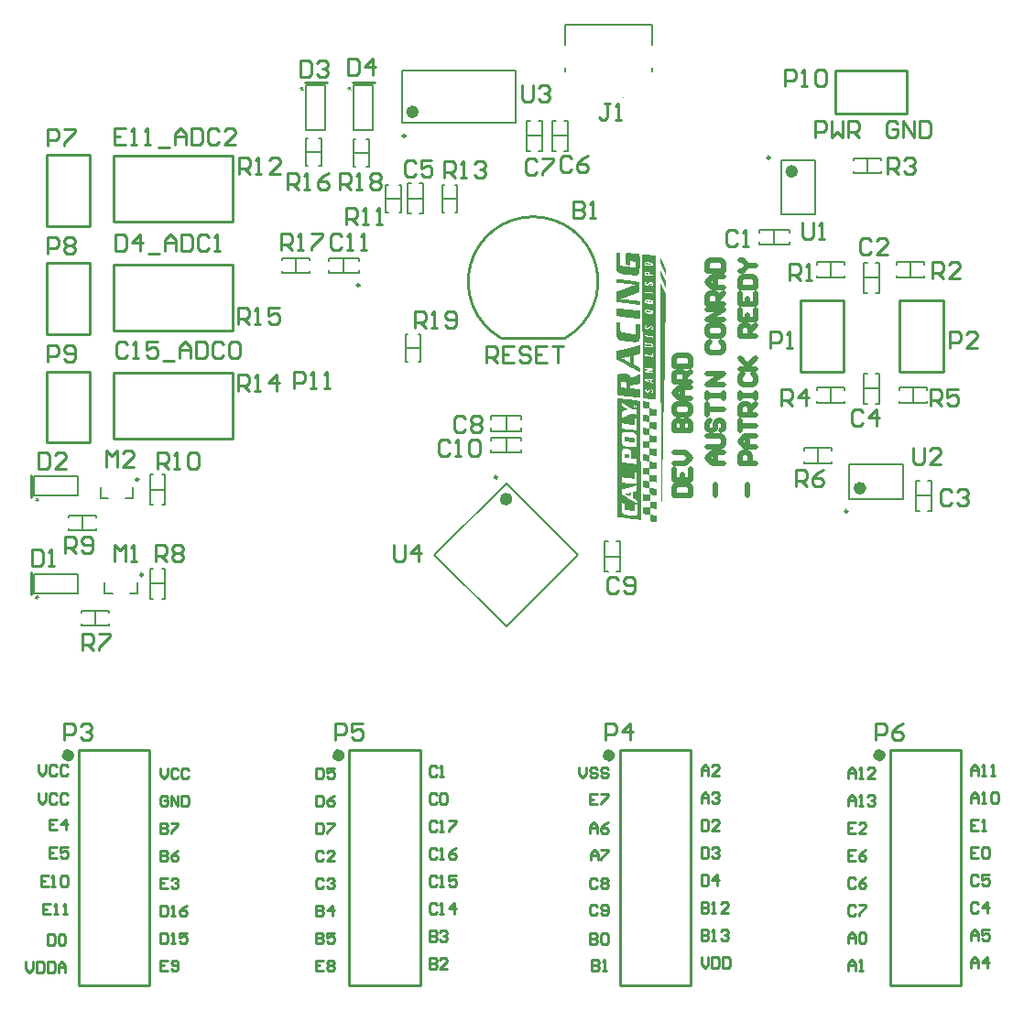
<source format=gto>
G04*
G04 #@! TF.GenerationSoftware,Altium Limited,Altium Designer,19.1.8 (144)*
G04*
G04 Layer_Color=65535*
%FSLAX25Y25*%
%MOIN*%
G70*
G01*
G75*
%ADD10C,0.02362*%
%ADD11C,0.00984*%
%ADD12C,0.03937*%
%ADD13C,0.00394*%
%ADD14C,0.01000*%
%ADD15C,0.00591*%
%ADD16C,0.00787*%
%ADD17C,0.02000*%
G36*
X240846Y307070D02*
X241138Y307072D01*
X241576Y307001D01*
X242159Y306930D01*
X242962Y306788D01*
X243035Y306788D01*
X243326Y306717D01*
X243691Y306718D01*
X244201Y306648D01*
X244639Y306577D01*
X245004Y306578D01*
X245296Y306507D01*
X245441Y306507D01*
X245443Y306070D01*
X245518Y305706D01*
X245536Y301551D01*
X245465Y300967D01*
X245470Y299946D01*
X245398Y299727D01*
X245326Y299581D01*
X245181Y299289D01*
X244818Y298996D01*
X244600Y298849D01*
X244236Y298775D01*
X244163Y298774D01*
X244017Y298774D01*
X243725Y298772D01*
X243361Y298771D01*
X242851Y298769D01*
X242194Y298839D01*
X241319Y298908D01*
X241246Y298907D01*
X240954Y298979D01*
X240589Y299050D01*
X240152Y299121D01*
X239714Y299119D01*
X239277Y299190D01*
X238985Y299262D01*
X238839Y299261D01*
X238766Y299261D01*
X238693Y299334D01*
X238255Y299478D01*
X237816Y299767D01*
X237377Y300203D01*
X237304Y300275D01*
X237230Y300421D01*
X237157Y300566D01*
X237155Y300858D01*
X237082Y301003D01*
X237079Y301587D01*
X237004Y302169D01*
X236982Y307127D01*
X237128Y307127D01*
X237201Y307128D01*
X237420Y307056D01*
X237785Y306984D01*
X238368Y306914D01*
X238387Y302540D01*
X238533Y302468D01*
X238607Y302322D01*
X238826Y302177D01*
X238899Y302178D01*
X238972Y302178D01*
X239191Y302179D01*
X239483Y302107D01*
X239920Y302036D01*
X240504Y301966D01*
X241306Y301897D01*
X241379Y301897D01*
X241671Y301825D01*
X242036Y301827D01*
X242473Y301756D01*
X242911Y301685D01*
X243275Y301686D01*
X243567Y301615D01*
X243713Y301616D01*
X243786Y301616D01*
X243859Y301689D01*
X244004Y301835D01*
X244149Y301909D01*
X244145Y302929D01*
X244071Y303221D01*
X243997Y303366D01*
X243997Y303439D01*
X243923Y303512D01*
X243704Y303657D01*
X243631Y303729D01*
X243339Y303801D01*
X243047Y303872D01*
X242756Y303871D01*
X242318Y303942D01*
X241880Y303940D01*
X241887Y302409D01*
X241741Y302409D01*
X241668Y302409D01*
X241450Y302408D01*
X241085Y302479D01*
X240501Y302549D01*
X240483Y306777D01*
X240555Y307069D01*
X240554Y307142D01*
X240700Y307143D01*
X240846Y307070D01*
D02*
G37*
G36*
X253028Y305447D02*
X253101Y305301D01*
X253248Y305010D01*
X253396Y304646D01*
X253690Y304065D01*
X254058Y303337D01*
X255161Y300936D01*
X255166Y299916D01*
X255095Y299551D01*
X255098Y298822D01*
X255024Y298967D01*
X254951Y299113D01*
X254804Y299331D01*
X254657Y299695D01*
X254363Y300204D01*
X253995Y300931D01*
X252891Y303259D01*
X252882Y305446D01*
X252955Y305519D01*
X252954Y305592D01*
X253028Y305447D01*
D02*
G37*
G36*
X253048Y300708D02*
X253122Y300563D01*
X253196Y300344D01*
X253416Y299908D01*
X253637Y299399D01*
X254005Y298671D01*
X255108Y296562D01*
X255113Y295250D01*
X255042Y294885D01*
X254971Y294447D01*
X254972Y294302D01*
X254898Y294374D01*
X254825Y294519D01*
X254678Y294883D01*
X254604Y294956D01*
X254457Y295320D01*
X254236Y295756D01*
X254015Y296339D01*
X252912Y298521D01*
X252903Y300708D01*
X252975Y300781D01*
X252975Y300854D01*
X253048Y300708D01*
D02*
G37*
G36*
X237754Y297288D02*
X237827Y297289D01*
X238119Y297290D01*
X238629Y297219D01*
X239286Y297149D01*
X239358Y297150D01*
X239431Y297150D01*
X239942Y297079D01*
X240598Y297009D01*
X241328Y296866D01*
X245413Y296374D01*
X245429Y292583D01*
X242008Y291402D01*
X241935Y291402D01*
X241862Y291328D01*
X241499Y291181D01*
X240916Y290960D01*
X240334Y290739D01*
X240261Y290738D01*
X240189Y290665D01*
X239897Y290591D01*
X239461Y290443D01*
X239097Y290296D01*
X239024Y290295D01*
X238805Y290222D01*
X238660Y290148D01*
X238806Y290149D01*
X239098Y290077D01*
X239462Y290079D01*
X240119Y290009D01*
X240921Y289939D01*
X241431Y289868D01*
X242015Y289798D01*
X242161Y289799D01*
X242526Y289727D01*
X243036Y289657D01*
X243692Y289587D01*
X244276Y289516D01*
X244860Y289446D01*
X245224Y289375D01*
X245371Y289302D01*
X245443Y289303D01*
X245589Y289303D01*
X245595Y288064D01*
X245449Y288064D01*
X245376Y288063D01*
X245230Y288063D01*
X244938Y288134D01*
X244428Y288132D01*
X243698Y288275D01*
X243261Y288273D01*
X242677Y288343D01*
X242094Y288413D01*
X241365Y288483D01*
X241292Y288483D01*
X241219Y288482D01*
X241000Y288554D01*
X240708Y288553D01*
X240052Y288623D01*
X239249Y288766D01*
X238520Y288835D01*
X237863Y288905D01*
X237572Y288904D01*
X237353Y288976D01*
X237280Y288976D01*
X237207Y288975D01*
X237061Y289048D01*
X237044Y292911D01*
X237699Y293133D01*
X237772Y293133D01*
X237990Y293207D01*
X238282Y293281D01*
X238355Y293281D01*
X238573Y293428D01*
X239010Y293503D01*
X239519Y293724D01*
X239665Y293797D01*
X240029Y293872D01*
X240465Y294092D01*
X240975Y294241D01*
X241120Y294314D01*
X241485Y294389D01*
X241921Y294609D01*
X242431Y294757D01*
X242503Y294830D01*
X242795Y294905D01*
X243159Y294979D01*
X243523Y295054D01*
X243596Y295054D01*
X243668Y295127D01*
X243814Y295201D01*
X243886Y295274D01*
X243814Y295273D01*
X243740Y295346D01*
X243449Y295345D01*
X243084Y295416D01*
X242500Y295486D01*
X241625Y295556D01*
X241115Y295626D01*
X240531Y295697D01*
X240458Y295696D01*
X240385Y295696D01*
X240021Y295767D01*
X239437Y295838D01*
X238854Y295908D01*
X238197Y295905D01*
X237687Y295976D01*
X237249Y296047D01*
X237176Y296046D01*
X237103Y296046D01*
X237030Y296119D01*
X237026Y297066D01*
X237098Y297286D01*
X237171Y297359D01*
X237244Y297359D01*
X237389Y297360D01*
X237754Y297288D01*
D02*
G37*
G36*
X237727Y286718D02*
X238238Y286647D01*
X238529Y286648D01*
X238967Y286577D01*
X239478Y286507D01*
X239988Y286436D01*
X240645Y286366D01*
X241374Y286296D01*
X241447Y286296D01*
X241520Y286297D01*
X242031Y286226D01*
X242687Y286156D01*
X243416Y286086D01*
X244145Y286017D01*
X244875Y285947D01*
X245312Y285876D01*
X245458Y285876D01*
X245531Y285877D01*
X245532Y285731D01*
X245606Y285513D01*
X245617Y282815D01*
X245472Y282815D01*
X245399Y282814D01*
X245180Y282886D01*
X244888Y282885D01*
X244377Y282956D01*
X243648Y283098D01*
X243137Y283169D01*
X242627Y283240D01*
X241970Y283310D01*
X241241Y283380D01*
X237083Y283872D01*
X237071Y286788D01*
X237217Y286788D01*
X237289Y286789D01*
X237435Y286789D01*
X237727Y286718D01*
D02*
G37*
G36*
X238478Y281618D02*
X238491Y278775D01*
X238565Y278484D01*
X238566Y278265D01*
X238639Y278192D01*
X238712Y278120D01*
X238786Y278047D01*
X238932Y277975D01*
X239077Y277976D01*
X239224Y277903D01*
X239515Y277832D01*
X239953Y277834D01*
X240610Y277691D01*
X241412Y277621D01*
X243819Y277267D01*
X243964Y277414D01*
X244037Y277414D01*
X244110Y277487D01*
X244094Y281059D01*
X244240Y281060D01*
X244313Y281060D01*
X244532Y280988D01*
X244897Y280917D01*
X245626Y280847D01*
X245643Y276838D01*
X245573Y276327D01*
X245575Y275817D01*
X245504Y275379D01*
X245432Y275160D01*
X245359Y275087D01*
X245215Y274867D01*
X245142Y274794D01*
X244924Y274647D01*
X244560Y274500D01*
X244050Y274352D01*
X243977Y274352D01*
X243832Y274351D01*
X243613Y274423D01*
X243321Y274422D01*
X242883Y274493D01*
X242227Y274563D01*
X241498Y274633D01*
X241352Y274632D01*
X241060Y274704D01*
X240696Y274702D01*
X240185Y274773D01*
X239674Y274843D01*
X239236Y274914D01*
X238872Y274986D01*
X238653Y274985D01*
X238580Y274984D01*
X238434Y275057D01*
X237995Y275346D01*
X237483Y275781D01*
X237263Y276145D01*
X237116Y276509D01*
X237093Y281685D01*
X237239Y281685D01*
X237312Y281686D01*
X237603Y281687D01*
X237968Y281689D01*
X238478Y281618D01*
D02*
G37*
G36*
X245672Y270204D02*
X244580Y269907D01*
X244507Y269907D01*
X244435Y269834D01*
X243998Y269759D01*
X243633Y269685D01*
X243561Y269611D01*
X243488Y269611D01*
X243415Y269611D01*
X243430Y266184D01*
X244599Y265606D01*
X245695Y264882D01*
X245702Y263497D01*
X245555Y263569D01*
X245190Y263714D01*
X244898Y263858D01*
X244605Y264075D01*
X244094Y264292D01*
X243582Y264654D01*
X242925Y265016D01*
X242121Y265450D01*
X241171Y265956D01*
X240075Y266607D01*
X238832Y267331D01*
X237371Y268126D01*
X237152Y268198D01*
X237139Y271187D01*
X240780Y272078D01*
X240925Y272151D01*
X241289Y272226D01*
X241945Y272447D01*
X242673Y272597D01*
X242746Y272597D01*
X242818Y272670D01*
X243255Y272745D01*
X243765Y272893D01*
X244275Y273041D01*
X244348Y273041D01*
X244566Y273115D01*
X244784Y273189D01*
X244930Y273189D01*
X245659Y273338D01*
X245672Y270204D01*
D02*
G37*
G36*
X239872Y262889D02*
X239945Y262889D01*
X240091Y262889D01*
X240601Y262819D01*
X241112Y262821D01*
X241331Y262749D01*
X241476Y262750D01*
X241550Y262677D01*
X241696Y262532D01*
X241916Y262168D01*
X242064Y261732D01*
X242065Y261513D01*
X242138Y261513D01*
X242284Y261587D01*
X242502Y261661D01*
X242866Y261735D01*
X243303Y261883D01*
X243885Y262104D01*
X243958Y262104D01*
X244176Y262178D01*
X244467Y262325D01*
X244758Y262472D01*
X245122Y262547D01*
X245413Y262694D01*
X245632Y262768D01*
X245705Y262768D01*
X245719Y259488D01*
X245500Y259414D01*
X245428Y259413D01*
X245282Y259340D01*
X245209Y259340D01*
X245064Y259266D01*
X244845Y259192D01*
X244554Y259118D01*
X244481Y259118D01*
X244263Y259044D01*
X243972Y258970D01*
X243753Y258969D01*
X242078Y258524D01*
X242082Y257649D01*
X242155Y257577D01*
X242228Y257577D01*
X242374Y257578D01*
X242593Y257578D01*
X242884Y257507D01*
X243322Y257509D01*
X243905Y257438D01*
X243978Y257439D01*
X244197Y257367D01*
X244489Y257295D01*
X244781Y257224D01*
X244854Y257224D01*
X245000Y257224D01*
X245510Y257154D01*
X245583Y257154D01*
X245656Y257154D01*
X245729Y257155D01*
X245742Y254166D01*
X245596Y254165D01*
X245523Y254165D01*
X245378Y254164D01*
X245086Y254236D01*
X244575Y254307D01*
X243846Y254376D01*
X243408Y254447D01*
X242825Y254518D01*
X242241Y254588D01*
X241512Y254658D01*
X241439Y254658D01*
X241366Y254657D01*
X240855Y254728D01*
X240199Y254798D01*
X239469Y254941D01*
X238667Y255010D01*
X238011Y255080D01*
X237573Y255151D01*
X237427Y255223D01*
X237354Y255223D01*
X237208Y255222D01*
X237339Y258576D01*
X237323Y262221D01*
X237396Y262295D01*
X237468Y262513D01*
X237686Y262733D01*
X237904Y262880D01*
X237977Y262880D01*
X238122Y262954D01*
X238268Y262954D01*
X238560Y262956D01*
X238851Y262957D01*
X239289Y262959D01*
X239872Y262889D01*
D02*
G37*
G36*
X247484Y306297D02*
X248140Y306227D01*
X248942Y306158D01*
X249963Y306017D01*
X251204Y305803D01*
X251276Y305804D01*
X251504Y253535D01*
X251431Y253535D01*
X251358Y253534D01*
X251212Y253534D01*
X250921Y253532D01*
X250483Y253603D01*
X249827Y253673D01*
X249024Y253743D01*
X247930Y253884D01*
X246690Y254097D01*
X246617Y254097D01*
X246404Y303158D01*
X246473Y303960D01*
X246463Y306366D01*
X246536Y306366D01*
X246681Y306367D01*
X247046Y306368D01*
X247484Y306297D01*
D02*
G37*
G36*
X247279Y252860D02*
X247352Y252861D01*
X247425Y252861D01*
X247862Y252790D01*
X249029Y252649D01*
X249040Y250244D01*
X249185Y250244D01*
X249331Y250245D01*
X249550Y250173D01*
X249842Y250174D01*
X250280Y250103D01*
X250353Y250103D01*
X250425Y250104D01*
X250863Y250033D01*
X251301Y249962D01*
X251447Y249962D01*
X251519Y249963D01*
X251530Y247484D01*
X251457Y247484D01*
X251312Y247483D01*
X251166Y247556D01*
X250947Y247555D01*
X250655Y247553D01*
X250290Y247625D01*
X250218Y247624D01*
X250145Y247624D01*
X249707Y247695D01*
X249269Y247766D01*
X249123Y247765D01*
X249050Y247765D01*
X249061Y245432D01*
X250301Y245219D01*
X250374Y245219D01*
X250447Y245220D01*
X250884Y245221D01*
X251322Y245150D01*
X251468Y245151D01*
X251540Y245151D01*
X251551Y242673D01*
X251478Y242673D01*
X251332Y242672D01*
X251186Y242744D01*
X250968Y242743D01*
X250676Y242742D01*
X250311Y242813D01*
X250238Y242813D01*
X250166Y242813D01*
X249728Y242884D01*
X249290Y242955D01*
X249144Y242954D01*
X249071Y242954D01*
X249082Y240621D01*
X250322Y240408D01*
X250395Y240408D01*
X250468Y240408D01*
X250905Y240410D01*
X251270Y240339D01*
X251416Y240339D01*
X251488Y240340D01*
X251561Y240340D01*
X251572Y237861D01*
X251499Y237861D01*
X251354Y237861D01*
X251208Y237860D01*
X250989Y237932D01*
X250697Y237931D01*
X250332Y238002D01*
X249822Y238073D01*
X249238Y238143D01*
X249092Y238142D01*
X249102Y235810D01*
X248884Y235809D01*
X248738Y235881D01*
X248519Y235880D01*
X248227Y235879D01*
X247863Y235950D01*
X247790Y235950D01*
X247644Y235949D01*
X247279Y236020D01*
X246841Y236091D01*
X246768Y236091D01*
X246695Y236091D01*
X246685Y238423D01*
X246758Y238424D01*
X246904Y238424D01*
X247050Y238425D01*
X247196Y238426D01*
X247488Y238354D01*
X247852Y238356D01*
X247925Y238356D01*
X247998Y238356D01*
X248436Y238285D01*
X248800Y238214D01*
X248946Y238215D01*
X249019Y238142D01*
X249092Y238142D01*
X249082Y240621D01*
X247915Y240689D01*
X247842Y240688D01*
X247696Y240688D01*
X247331Y240759D01*
X246894Y240830D01*
X246820Y240903D01*
X246747Y240902D01*
X246675Y240902D01*
X246664Y243235D01*
X246810Y243235D01*
X246956Y243236D01*
X247175Y243237D01*
X247540Y243166D01*
X247904Y243094D01*
X248415Y243024D01*
X248998Y242953D01*
X249071Y242954D01*
X249061Y245359D01*
X248988Y245432D01*
X248915Y245432D01*
X248769Y245431D01*
X248405Y245429D01*
X247821Y245500D01*
X247748Y245499D01*
X247675Y245499D01*
X247237Y245570D01*
X246873Y245641D01*
X246727Y245641D01*
X246654Y245640D01*
X246643Y248119D01*
X246789Y248120D01*
X246935Y248047D01*
X247154Y248048D01*
X247446Y247977D01*
X247811Y247905D01*
X247883Y247906D01*
X247956Y247906D01*
X248394Y247835D01*
X248832Y247764D01*
X248978Y247765D01*
X249050Y247765D01*
X249040Y250171D01*
X248967Y250243D01*
X248821Y250243D01*
X248675Y250315D01*
X248456Y250314D01*
X248165Y250313D01*
X247800Y250384D01*
X246633Y250525D01*
X246622Y252930D01*
X246695Y252931D01*
X246841Y252931D01*
X246914Y252932D01*
X247279Y252860D01*
D02*
G37*
G36*
X249686Y235739D02*
X249978Y235668D01*
X250343Y235596D01*
X250416Y235597D01*
X250488Y235597D01*
X250853Y235598D01*
X251218Y235527D01*
X251509Y235528D01*
X251582Y235529D01*
X251593Y233050D01*
X251374Y233049D01*
X251228Y233121D01*
X251010Y233121D01*
X250718Y233119D01*
X250353Y233191D01*
X250280Y233190D01*
X250134Y233190D01*
X249697Y233261D01*
X249332Y233332D01*
X249186Y233331D01*
X249113Y233331D01*
X249123Y230998D01*
X249050Y230998D01*
X248978Y230998D01*
X248759Y231069D01*
X248467Y231068D01*
X248102Y231140D01*
X247300Y231209D01*
X247008Y231281D01*
X246716Y231279D01*
X246706Y233612D01*
X246779Y233612D01*
X246852Y233613D01*
X247071Y233541D01*
X247290Y233542D01*
X247655Y233470D01*
X248384Y233401D01*
X248749Y233329D01*
X249040Y233331D01*
X249040Y233476D01*
X249112Y233623D01*
X249102Y235810D01*
X249175Y235810D01*
X249321Y235810D01*
X249686Y235739D01*
D02*
G37*
G36*
X249488Y230927D02*
X249707Y230928D01*
X250072Y230856D01*
X250437Y230785D01*
X251603Y230717D01*
X251614Y228239D01*
X251468Y228238D01*
X251322Y228310D01*
X251103Y228309D01*
X250812Y228308D01*
X250447Y228380D01*
X250374Y228379D01*
X250228Y228379D01*
X249864Y228450D01*
X249426Y228521D01*
X249280Y228520D01*
X249207Y228520D01*
X249135Y228374D01*
X249145Y226114D01*
X249072Y226114D01*
X248926Y226113D01*
X248780Y226185D01*
X248561Y226184D01*
X248270Y226183D01*
X247905Y226254D01*
X246737Y226468D01*
X246727Y228801D01*
X246800Y228801D01*
X246873Y228801D01*
X247092Y228730D01*
X247457Y228731D01*
X247821Y228660D01*
X248259Y228589D01*
X248624Y228590D01*
X248916Y228519D01*
X249061Y228519D01*
X249061Y228665D01*
X249133Y228811D01*
X249123Y230998D01*
X249196Y230998D01*
X249342Y230999D01*
X249488Y230927D01*
D02*
G37*
G36*
X249801Y226044D02*
X250093Y226045D01*
X250458Y225974D01*
X251624Y225833D01*
X251635Y223428D01*
X251562Y223427D01*
X251489Y223427D01*
X251270Y223499D01*
X250979Y223498D01*
X250614Y223569D01*
X249812Y223638D01*
X249447Y223710D01*
X249155Y223708D01*
X249165Y221521D01*
X249238Y221376D01*
X249238Y221303D01*
X249384Y221304D01*
X249603Y221304D01*
X249822Y221233D01*
X250114Y221234D01*
X250478Y221163D01*
X250551Y221163D01*
X250624Y221163D01*
X251062Y221092D01*
X251427Y221021D01*
X251573Y221022D01*
X251645Y221022D01*
X251656Y218616D01*
X251437Y218615D01*
X251291Y218687D01*
X251072Y218687D01*
X250781Y218685D01*
X250416Y218757D01*
X250343Y218756D01*
X250197Y218756D01*
X249760Y218827D01*
X249395Y218898D01*
X249249Y218897D01*
X249176Y218897D01*
X249186Y216491D01*
X248968Y216490D01*
X248822Y216563D01*
X248603Y216562D01*
X248311Y216560D01*
X247947Y216632D01*
X247874Y216631D01*
X247728Y216631D01*
X247363Y216702D01*
X246925Y216773D01*
X246852Y216773D01*
X246780Y216772D01*
X246769Y219251D01*
X246842Y219178D01*
X246988Y219179D01*
X247134Y219180D01*
X247353Y219108D01*
X247644Y219109D01*
X248009Y219038D01*
X249176Y218970D01*
X249098Y220136D01*
X249093Y221302D01*
X247926Y221443D01*
X247853Y221443D01*
X247707Y221442D01*
X247342Y221513D01*
X246904Y221584D01*
X246832Y221584D01*
X246759Y221584D01*
X246749Y223771D01*
X246821Y223917D01*
X246821Y223990D01*
X246967Y223990D01*
X247113Y223991D01*
X247332Y223919D01*
X247623Y223920D01*
X247988Y223849D01*
X248061Y223849D01*
X248134Y223850D01*
X248572Y223779D01*
X248936Y223707D01*
X249082Y223708D01*
X249155Y223708D01*
X249145Y226114D01*
X249290Y226115D01*
X249436Y226115D01*
X249582Y226116D01*
X249801Y226044D01*
D02*
G37*
G36*
X249479Y216420D02*
X249697Y216421D01*
X249989Y216349D01*
X250427Y216278D01*
X251666Y216210D01*
X251677Y213732D01*
X251531Y213731D01*
X251385Y213804D01*
X251167Y213803D01*
X250875Y213801D01*
X250510Y213873D01*
X250437Y213872D01*
X250291Y213872D01*
X249927Y213943D01*
X249489Y214014D01*
X249343Y214013D01*
X249270Y214013D01*
X249198Y213867D01*
X249207Y211680D01*
X249135Y211680D01*
X248989Y211679D01*
X248843Y211678D01*
X248624Y211677D01*
X248332Y211749D01*
X247968Y211747D01*
X246800Y211961D01*
X246790Y214440D01*
X246863Y214294D01*
X246936Y214294D01*
X247155Y214295D01*
X247447Y214224D01*
X247738Y214225D01*
X248541Y214156D01*
X248832Y214157D01*
X249124Y214158D01*
X249123Y214304D01*
X249195Y214450D01*
X249186Y216491D01*
X249332Y216492D01*
X249479Y216420D01*
D02*
G37*
G36*
X253069Y296043D02*
X253142Y295897D01*
X253216Y295606D01*
X253437Y295243D01*
X253658Y294733D01*
X254025Y294079D01*
X254981Y292042D01*
X254215Y250412D01*
X254219Y249391D01*
X254150Y248589D01*
X254159Y246548D01*
X254091Y245308D01*
X254097Y243923D01*
X254031Y242392D01*
X254038Y240788D01*
X253973Y239038D01*
X253981Y237216D01*
X253851Y233497D01*
X253795Y229633D01*
X253739Y225696D01*
X253610Y221978D01*
X253618Y220156D01*
X253552Y218406D01*
X253559Y216802D01*
X253493Y215271D01*
X253499Y213886D01*
X253432Y212646D01*
X253440Y210605D01*
X253371Y209803D01*
X253356Y213302D01*
X253279Y214249D01*
X252946Y290793D01*
X253013Y292106D01*
X252995Y296115D01*
X253069Y296043D01*
D02*
G37*
G36*
X237359Y254057D02*
X237432Y254057D01*
X237578Y254058D01*
X237943Y253986D01*
X238453Y253916D01*
X239182Y253846D01*
X239620Y253775D01*
X240204Y253704D01*
X240860Y253634D01*
X241589Y253565D01*
X245747Y253072D01*
X245936Y209697D01*
X245790Y209697D01*
X245717Y209696D01*
X245498Y209695D01*
X245206Y209767D01*
X244696Y209838D01*
X243966Y209908D01*
X243529Y209979D01*
X243018Y210049D01*
X242362Y210119D01*
X241705Y210189D01*
X241632Y210189D01*
X241559Y210189D01*
X241340Y210261D01*
X241049Y210259D01*
X240392Y210329D01*
X239590Y210472D01*
X238861Y210541D01*
X238204Y210611D01*
X237913Y210610D01*
X237694Y210682D01*
X237621Y210682D01*
X237548Y210682D01*
X237402Y210681D01*
X237213Y254129D01*
X237359Y254057D01*
D02*
G37*
G36*
X249645Y211609D02*
X250083Y211538D01*
X250521Y211467D01*
X251687Y211399D01*
X251698Y208921D01*
X251552Y208920D01*
X251406Y208992D01*
X251333Y208992D01*
X251260Y209064D01*
X250896Y209063D01*
X250823Y209063D01*
X250677Y209135D01*
X250312Y209133D01*
X249218Y209201D01*
X249207Y211680D01*
X249353Y211681D01*
X249645Y211609D01*
D02*
G37*
G36*
X139746Y367563D02*
X139752Y367552D01*
X139757Y367535D01*
X139763Y367513D01*
X139774Y367480D01*
X139785Y367446D01*
X139807Y367363D01*
X139829Y367263D01*
X139857Y367152D01*
X139879Y367036D01*
X139896Y366914D01*
X139901Y366919D01*
X139924Y366941D01*
X139957Y366980D01*
X140007Y367030D01*
X140079Y367097D01*
X140162Y367169D01*
X140268Y367263D01*
X140390Y367363D01*
X140606Y367052D01*
X140595Y367047D01*
X140568Y367025D01*
X140523Y366991D01*
X140462Y366947D01*
X140379Y366897D01*
X140285Y366836D01*
X140173Y366764D01*
X140051Y366692D01*
X140057D01*
X140068Y366686D01*
X140085Y366675D01*
X140112Y366658D01*
X140179Y366625D01*
X140257Y366581D01*
X140346Y366525D01*
X140440Y366470D01*
X140529Y366409D01*
X140606Y366353D01*
X140390Y366048D01*
X140384Y366053D01*
X140373Y366059D01*
X140357Y366076D01*
X140329Y366098D01*
X140262Y366148D01*
X140185Y366214D01*
X140101Y366286D01*
X140024Y366359D01*
X139952Y366425D01*
X139918Y366453D01*
X139896Y366481D01*
Y366475D01*
X139890Y366464D01*
Y366447D01*
X139885Y366425D01*
X139879Y366392D01*
X139868Y366359D01*
X139852Y366275D01*
X139829Y366176D01*
X139807Y366070D01*
X139746Y365843D01*
X139374Y365959D01*
Y365965D01*
X139380Y365976D01*
X139391Y365998D01*
X139397Y366026D01*
X139413Y366059D01*
X139430Y366103D01*
X139463Y366192D01*
X139502Y366292D01*
X139546Y366392D01*
X139591Y366486D01*
X139630Y366564D01*
X139624D01*
X139607D01*
X139585Y366559D01*
X139552D01*
X139513Y366553D01*
X139469Y366547D01*
X139369Y366542D01*
X139263Y366531D01*
X139152Y366520D01*
X139058Y366514D01*
X139014D01*
X138975D01*
Y366892D01*
X138980D01*
X138986D01*
X139002D01*
X139019D01*
X139080Y366886D01*
X139152Y366880D01*
X139247Y366869D01*
X139363Y366864D01*
X139491Y366847D01*
X139630Y366830D01*
Y366836D01*
X139624Y366842D01*
X139619Y366858D01*
X139607Y366880D01*
X139580Y366936D01*
X139546Y367008D01*
X139507Y367097D01*
X139463Y367202D01*
X139419Y367319D01*
X139374Y367446D01*
X139746Y367569D01*
Y367563D01*
D02*
G37*
G36*
X122423D02*
X122429Y367552D01*
X122434Y367535D01*
X122440Y367513D01*
X122451Y367480D01*
X122462Y367446D01*
X122484Y367363D01*
X122507Y367263D01*
X122534Y367152D01*
X122556Y367036D01*
X122573Y366914D01*
X122579Y366919D01*
X122601Y366941D01*
X122634Y366980D01*
X122684Y367030D01*
X122756Y367097D01*
X122840Y367169D01*
X122945Y367263D01*
X123067Y367363D01*
X123284Y367052D01*
X123273Y367047D01*
X123245Y367025D01*
X123200Y366991D01*
X123139Y366947D01*
X123056Y366897D01*
X122962Y366836D01*
X122851Y366764D01*
X122729Y366692D01*
X122734D01*
X122745Y366686D01*
X122762Y366675D01*
X122790Y366658D01*
X122856Y366625D01*
X122934Y366581D01*
X123023Y366525D01*
X123117Y366470D01*
X123206Y366409D01*
X123284Y366353D01*
X123067Y366048D01*
X123062Y366053D01*
X123050Y366059D01*
X123034Y366076D01*
X123006Y366098D01*
X122940Y366148D01*
X122862Y366214D01*
X122778Y366286D01*
X122701Y366359D01*
X122629Y366425D01*
X122595Y366453D01*
X122573Y366481D01*
Y366475D01*
X122568Y366464D01*
Y366447D01*
X122562Y366425D01*
X122556Y366392D01*
X122545Y366359D01*
X122529Y366275D01*
X122507Y366176D01*
X122484Y366070D01*
X122423Y365843D01*
X122052Y365959D01*
Y365965D01*
X122057Y365976D01*
X122068Y365998D01*
X122074Y366026D01*
X122090Y366059D01*
X122107Y366103D01*
X122140Y366192D01*
X122179Y366292D01*
X122223Y366392D01*
X122268Y366486D01*
X122307Y366564D01*
X122301D01*
X122285D01*
X122262Y366559D01*
X122229D01*
X122190Y366553D01*
X122146Y366547D01*
X122046Y366542D01*
X121941Y366531D01*
X121829Y366520D01*
X121735Y366514D01*
X121691D01*
X121652D01*
Y366892D01*
X121657D01*
X121663D01*
X121680D01*
X121696D01*
X121757Y366886D01*
X121829Y366880D01*
X121924Y366869D01*
X122040Y366864D01*
X122168Y366847D01*
X122307Y366830D01*
Y366836D01*
X122301Y366842D01*
X122296Y366858D01*
X122285Y366880D01*
X122257Y366936D01*
X122223Y367008D01*
X122185Y367097D01*
X122140Y367202D01*
X122096Y367319D01*
X122052Y367446D01*
X122423Y367569D01*
Y367563D01*
D02*
G37*
G36*
X26866Y217555D02*
X26860Y217550D01*
X26854Y217539D01*
X26838Y217522D01*
X26816Y217494D01*
X26766Y217428D01*
X26699Y217350D01*
X26627Y217267D01*
X26555Y217189D01*
X26488Y217117D01*
X26460Y217084D01*
X26433Y217061D01*
X26438D01*
X26449Y217056D01*
X26466D01*
X26488Y217050D01*
X26521Y217045D01*
X26555Y217034D01*
X26638Y217017D01*
X26738Y216995D01*
X26843Y216972D01*
X27071Y216912D01*
X26954Y216540D01*
X26949D01*
X26938Y216545D01*
X26915Y216556D01*
X26888Y216562D01*
X26854Y216579D01*
X26810Y216595D01*
X26721Y216628D01*
X26621Y216667D01*
X26521Y216712D01*
X26427Y216756D01*
X26349Y216795D01*
Y216789D01*
Y216773D01*
X26355Y216751D01*
Y216717D01*
X26360Y216678D01*
X26366Y216634D01*
X26372Y216534D01*
X26383Y216429D01*
X26394Y216318D01*
X26399Y216223D01*
Y216179D01*
Y216140D01*
X26022D01*
Y216146D01*
Y216151D01*
Y216168D01*
Y216184D01*
X26028Y216246D01*
X26033Y216318D01*
X26044Y216412D01*
X26050Y216529D01*
X26066Y216656D01*
X26083Y216795D01*
X26077D01*
X26072Y216789D01*
X26055Y216784D01*
X26033Y216773D01*
X25978Y216745D01*
X25905Y216712D01*
X25817Y216673D01*
X25711Y216628D01*
X25595Y216584D01*
X25467Y216540D01*
X25345Y216912D01*
X25350D01*
X25361Y216917D01*
X25378Y216923D01*
X25400Y216928D01*
X25434Y216939D01*
X25467Y216950D01*
X25550Y216972D01*
X25650Y216995D01*
X25761Y217022D01*
X25878Y217045D01*
X26000Y217061D01*
X25994Y217067D01*
X25972Y217089D01*
X25933Y217122D01*
X25883Y217172D01*
X25817Y217245D01*
X25744Y217328D01*
X25650Y217433D01*
X25550Y217555D01*
X25861Y217772D01*
X25866Y217761D01*
X25889Y217733D01*
X25922Y217688D01*
X25966Y217627D01*
X26016Y217544D01*
X26077Y217450D01*
X26150Y217339D01*
X26222Y217217D01*
Y217222D01*
X26227Y217233D01*
X26238Y217250D01*
X26255Y217278D01*
X26288Y217344D01*
X26333Y217422D01*
X26388Y217511D01*
X26444Y217605D01*
X26505Y217694D01*
X26560Y217772D01*
X26866Y217555D01*
D02*
G37*
G36*
Y182122D02*
X26860Y182117D01*
X26854Y182106D01*
X26838Y182089D01*
X26816Y182061D01*
X26766Y181995D01*
X26699Y181917D01*
X26627Y181834D01*
X26555Y181756D01*
X26488Y181684D01*
X26460Y181650D01*
X26433Y181628D01*
X26438D01*
X26449Y181623D01*
X26466D01*
X26488Y181617D01*
X26521Y181612D01*
X26555Y181600D01*
X26638Y181584D01*
X26738Y181562D01*
X26843Y181539D01*
X27071Y181478D01*
X26954Y181107D01*
X26949D01*
X26938Y181112D01*
X26915Y181123D01*
X26888Y181129D01*
X26854Y181145D01*
X26810Y181162D01*
X26721Y181195D01*
X26621Y181234D01*
X26521Y181279D01*
X26427Y181323D01*
X26349Y181362D01*
Y181356D01*
Y181340D01*
X26355Y181317D01*
Y181284D01*
X26360Y181245D01*
X26366Y181201D01*
X26372Y181101D01*
X26383Y180996D01*
X26394Y180885D01*
X26399Y180790D01*
Y180746D01*
Y180707D01*
X26022D01*
Y180712D01*
Y180718D01*
Y180735D01*
Y180751D01*
X26028Y180812D01*
X26033Y180885D01*
X26044Y180979D01*
X26050Y181096D01*
X26066Y181223D01*
X26083Y181362D01*
X26077D01*
X26072Y181356D01*
X26055Y181351D01*
X26033Y181340D01*
X25978Y181312D01*
X25905Y181279D01*
X25817Y181240D01*
X25711Y181195D01*
X25595Y181151D01*
X25467Y181107D01*
X25345Y181478D01*
X25350D01*
X25361Y181484D01*
X25378Y181490D01*
X25400Y181495D01*
X25434Y181506D01*
X25467Y181517D01*
X25550Y181539D01*
X25650Y181562D01*
X25761Y181589D01*
X25878Y181612D01*
X26000Y181628D01*
X25994Y181634D01*
X25972Y181656D01*
X25933Y181689D01*
X25883Y181739D01*
X25817Y181811D01*
X25744Y181895D01*
X25650Y182000D01*
X25550Y182122D01*
X25861Y182339D01*
X25866Y182328D01*
X25889Y182300D01*
X25922Y182255D01*
X25966Y182194D01*
X26016Y182111D01*
X26077Y182017D01*
X26150Y181906D01*
X26222Y181784D01*
Y181789D01*
X26227Y181800D01*
X26238Y181817D01*
X26255Y181845D01*
X26288Y181911D01*
X26333Y181989D01*
X26388Y182078D01*
X26444Y182172D01*
X26505Y182261D01*
X26560Y182339D01*
X26866Y182122D01*
D02*
G37*
%LPC*%
G36*
X241886Y269240D02*
X241740Y269166D01*
X241667Y269166D01*
X241595Y269092D01*
X241158Y269018D01*
X241085Y269017D01*
X240939Y269017D01*
X240502Y268942D01*
X240429Y268942D01*
X240283Y268868D01*
X239774Y268720D01*
X239337Y268572D01*
X239192Y268499D01*
X239119Y268498D01*
X239192Y268426D01*
X239411Y268354D01*
X239849Y268137D01*
X239995Y268065D01*
X240288Y267920D01*
X240726Y267704D01*
X241310Y267415D01*
X241457Y267342D01*
X241675Y267270D01*
X241895Y267126D01*
X242041Y267053D01*
X242036Y268147D01*
X241886Y269240D01*
D02*
G37*
G36*
X239155Y260115D02*
X238864Y260041D01*
X238718Y259967D01*
X238727Y257999D01*
X239602Y257930D01*
X239675Y257930D01*
X239748Y257931D01*
X240113Y257859D01*
X240405Y257788D01*
X240550Y257788D01*
X240623Y257789D01*
X240623Y257934D01*
X240694Y258226D01*
X240690Y259247D01*
X240616Y259538D01*
X240615Y259684D01*
X240542Y259757D01*
X240396Y259829D01*
X240104Y259974D01*
X239885Y259973D01*
X239593Y260044D01*
X239520Y260044D01*
X239447Y260044D01*
X239155Y260115D01*
D02*
G37*
G36*
X248370Y303604D02*
X247933Y303602D01*
X247787Y303602D01*
X247641Y303601D01*
X247568Y303601D01*
X247496Y303454D01*
X247424Y303308D01*
X247351Y303162D01*
X247353Y302725D01*
X247500Y302580D01*
X247646Y302434D01*
X247866Y302290D01*
X248011Y302290D01*
X248303Y302291D01*
X248595Y302220D01*
X248886Y302221D01*
X249032Y302222D01*
X249324Y302223D01*
X249689Y302152D01*
X249762Y302152D01*
X249834Y302152D01*
X249907Y302153D01*
X250052Y302299D01*
X250198Y302446D01*
X250195Y302956D01*
X250049Y303174D01*
X249975Y303246D01*
X249829Y303319D01*
X249465Y303390D01*
X248954Y303534D01*
X248881Y303533D01*
X248808Y303533D01*
X248370Y303604D01*
D02*
G37*
G36*
X248240Y300031D02*
X248167Y300031D01*
X248094Y300031D01*
X247802Y300029D01*
X247729Y300029D01*
X247657Y299956D01*
X247439Y299882D01*
X247294Y299663D01*
X247298Y298788D01*
X248683Y298648D01*
X248756Y298649D01*
X248902Y298649D01*
X249413Y298578D01*
X249850Y298507D01*
X250069Y298508D01*
X250142Y298509D01*
X250215Y298509D01*
X250213Y298873D01*
X250140Y298873D01*
X249994Y298873D01*
X249630Y298944D01*
X249192Y298942D01*
X249190Y299379D01*
X249116Y299598D01*
X248970Y299743D01*
X248897Y299816D01*
X248751Y299888D01*
X248532Y299960D01*
X248240Y300031D01*
D02*
G37*
G36*
X247964Y296385D02*
X247891Y296385D01*
X247818Y296385D01*
X247745Y296384D01*
X247527Y296310D01*
X247454Y296237D01*
X247382Y296091D01*
X247310Y296018D01*
X247311Y295653D01*
X247385Y295508D01*
X247531Y295363D01*
X247604Y295290D01*
X247824Y295145D01*
X248116Y295074D01*
X248334Y295075D01*
X248553Y295148D01*
X248625Y295222D01*
X248770Y295368D01*
X248989Y295515D01*
X249061Y295588D01*
X249134Y295661D01*
X249352Y295735D01*
X249498Y295809D01*
X249570Y295809D01*
X249643Y295809D01*
X249790Y295664D01*
X249863Y295519D01*
X249864Y295300D01*
X249791Y295300D01*
X249573Y295226D01*
X249500Y295225D01*
X249502Y294861D01*
X249574Y294861D01*
X249720Y294862D01*
X249793Y294935D01*
X249939Y294936D01*
X250084Y295009D01*
X250229Y295229D01*
X250301Y295375D01*
X250300Y295593D01*
X250226Y295812D01*
X250080Y296030D01*
X250007Y296102D01*
X249860Y296175D01*
X249641Y296247D01*
X249350Y296245D01*
X249277Y296245D01*
X249131Y296171D01*
X248913Y296098D01*
X248695Y295878D01*
X248623Y295805D01*
X248477Y295731D01*
X248259Y295585D01*
X248114Y295511D01*
X248041Y295511D01*
X247895Y295510D01*
X247749Y295582D01*
X247675Y295728D01*
X247675Y295873D01*
X247747Y295947D01*
X247966Y296021D01*
X247964Y296385D01*
D02*
G37*
G36*
X247323Y292883D02*
X247325Y292373D01*
X247544Y292374D01*
X247690Y292374D01*
X247982Y292376D01*
X248346Y292304D01*
X248784Y292306D01*
X248857Y292306D01*
X249002Y292307D01*
X249513Y292236D01*
X249951Y292165D01*
X250170Y292094D01*
X250243Y292094D01*
X250241Y292458D01*
X250168Y292458D01*
X250095Y292458D01*
X249949Y292530D01*
X249876Y292530D01*
X249730Y292602D01*
X249512Y292601D01*
X249220Y292600D01*
X249147Y292599D01*
X248928Y292671D01*
X248418Y292669D01*
X248345Y292669D01*
X248126Y292741D01*
X247688Y292739D01*
X247616Y292739D01*
X247543Y292738D01*
X247470Y292738D01*
X247397Y292738D01*
X247323Y292883D01*
D02*
G37*
G36*
X248284Y289971D02*
X247992Y289970D01*
X247555Y289822D01*
X247483Y289749D01*
X247410Y289603D01*
X247338Y289530D01*
X247341Y288728D01*
X247414Y288655D01*
X247560Y288656D01*
X247779Y288584D01*
X247998Y288585D01*
X248363Y288513D01*
X248801Y288443D01*
X248873Y288443D01*
X249019Y288443D01*
X249530Y288446D01*
X249967Y288375D01*
X250186Y288376D01*
X250259Y288376D01*
X250255Y289251D01*
X250182Y289323D01*
X250181Y289469D01*
X250108Y289542D01*
X249962Y289687D01*
X249889Y289687D01*
X249743Y289759D01*
X249305Y289903D01*
X249232Y289902D01*
X249159Y289902D01*
X249013Y289829D01*
X248940Y289828D01*
X248868Y289755D01*
X248795Y289682D01*
X248796Y289609D01*
X248723Y289609D01*
X248722Y289682D01*
X248576Y289827D01*
X248503Y289899D01*
X248284Y289971D01*
D02*
G37*
G36*
X248373Y286254D02*
X248008Y286252D01*
X247935Y286252D01*
X247862Y286251D01*
X247790Y286251D01*
X247717Y286178D01*
X247498Y286104D01*
X247354Y285885D01*
X247355Y285593D01*
X247429Y285375D01*
X247576Y285157D01*
X247868Y285012D01*
X248014Y284940D01*
X248306Y284868D01*
X248525Y284796D01*
X248816Y284798D01*
X248962Y284798D01*
X249254Y284800D01*
X249619Y284728D01*
X249837Y284729D01*
X249910Y284729D01*
X249983Y284803D01*
X250128Y284949D01*
X250273Y285096D01*
X250272Y285241D01*
X250344Y285533D01*
X250197Y285824D01*
X250051Y285969D01*
X249831Y286114D01*
X249758Y286114D01*
X249613Y286113D01*
X249321Y286112D01*
X248810Y286183D01*
X248738Y286182D01*
X248665Y286182D01*
X248373Y286254D01*
D02*
G37*
G36*
X247960Y280566D02*
X247887Y280565D01*
X247814Y280565D01*
X247742Y280492D01*
X247597Y280345D01*
X247524Y280272D01*
X247452Y280126D01*
X247379Y280053D01*
X247380Y279761D01*
X247454Y279543D01*
X247601Y279398D01*
X247674Y279325D01*
X247893Y279180D01*
X248185Y279109D01*
X248404Y279182D01*
X248622Y279256D01*
X248694Y279329D01*
X249058Y279623D01*
X249130Y279696D01*
X249203Y279769D01*
X249421Y279843D01*
X249567Y279917D01*
X249640Y279917D01*
X249712Y279917D01*
X249859Y279845D01*
X249932Y279699D01*
X249933Y279408D01*
X249861Y279408D01*
X249642Y279261D01*
X249570Y279260D01*
X249571Y278896D01*
X249644Y278896D01*
X249790Y278897D01*
X249862Y278970D01*
X250008Y278971D01*
X250154Y279044D01*
X250298Y279337D01*
X250371Y279483D01*
X250370Y279628D01*
X250296Y279847D01*
X250149Y280065D01*
X250076Y280137D01*
X249930Y280210D01*
X249711Y280282D01*
X249419Y280353D01*
X249346Y280353D01*
X249201Y280279D01*
X248983Y280133D01*
X248765Y279913D01*
X248692Y279840D01*
X248547Y279766D01*
X248328Y279692D01*
X248183Y279619D01*
X248110Y279619D01*
X247964Y279618D01*
X247818Y279690D01*
X247745Y279763D01*
X247744Y279909D01*
X247817Y279982D01*
X248035Y280056D01*
X248033Y280493D01*
X247960Y280566D01*
D02*
G37*
G36*
X247611Y276919D02*
X247538Y276919D01*
X247466Y276918D01*
X247393Y276918D01*
X247394Y276554D01*
X247613Y276555D01*
X247759Y276482D01*
X248051Y276484D01*
X248415Y276412D01*
X248853Y276341D01*
X248926Y276342D01*
X249072Y276342D01*
X249583Y276272D01*
X250020Y276201D01*
X250239Y276129D01*
X250312Y276129D01*
X250310Y276566D01*
X250237Y276566D01*
X250165Y276566D01*
X250019Y276565D01*
X249946Y276565D01*
X249800Y276637D01*
X249581Y276636D01*
X249289Y276635D01*
X249216Y276635D01*
X248997Y276706D01*
X248487Y276777D01*
X248414Y276777D01*
X248195Y276849D01*
X247758Y276847D01*
X247685Y276847D01*
X247611Y276919D01*
D02*
G37*
G36*
X248061Y274151D02*
X247623Y274149D01*
X247551Y274149D01*
X247478Y274148D01*
X247405Y274148D01*
X247406Y273856D01*
X247479Y273784D01*
X247625Y273784D01*
X247771Y273785D01*
X247990Y273713D01*
X248281Y273714D01*
X248646Y273643D01*
X248719Y273643D01*
X248792Y273644D01*
X249157Y273572D01*
X249595Y273501D01*
X249668Y273502D01*
X249740Y273502D01*
X249814Y273429D01*
X249887Y273357D01*
X249960Y273211D01*
X249961Y273138D01*
X249888Y272992D01*
X249816Y272992D01*
X249743Y272992D01*
X249597Y272991D01*
X249451Y272990D01*
X249232Y272990D01*
X248940Y273061D01*
X248576Y273060D01*
X248503Y273059D01*
X248430Y273059D01*
X247992Y273130D01*
X247628Y273201D01*
X247555Y273201D01*
X247482Y273201D01*
X247409Y273200D01*
X247411Y272763D01*
X247484Y272763D01*
X247557Y272763D01*
X247776Y272692D01*
X247994Y272692D01*
X248797Y272623D01*
X249744Y272627D01*
X249817Y272627D01*
X250036Y272701D01*
X250181Y272775D01*
X250326Y272994D01*
X250325Y273067D01*
X250398Y273140D01*
X250325Y273286D01*
X250251Y273504D01*
X250250Y273577D01*
X250177Y273650D01*
X250031Y273795D01*
X249885Y273867D01*
X249812Y273867D01*
X249666Y273866D01*
X249301Y273938D01*
X249009Y274009D01*
X248644Y274080D01*
X248571Y274080D01*
X248426Y274079D01*
X248061Y274151D01*
D02*
G37*
G36*
X250118Y270369D02*
X250046Y270369D01*
X249973Y270368D01*
X249900Y270368D01*
X249903Y269566D01*
X249830Y269566D01*
X249685Y269565D01*
X249320Y269636D01*
X249028Y269708D01*
X248663Y269779D01*
X248590Y269779D01*
X248517Y269779D01*
X248152Y269850D01*
X247788Y269848D01*
X247496Y269847D01*
X247424Y269847D01*
X247425Y269409D01*
X247498Y269410D01*
X247644Y269410D01*
X248082Y269339D01*
X248446Y269341D01*
X248811Y269270D01*
X248884Y269270D01*
X249030Y269271D01*
X249467Y269200D01*
X249978Y269129D01*
X250124Y269130D01*
X250270Y269130D01*
X250343Y269058D01*
X250338Y270224D01*
X250192Y270223D01*
X250192Y270296D01*
X250118Y270369D01*
D02*
G37*
G36*
X247809Y265037D02*
X247590Y265036D01*
X247517Y265036D01*
X247444Y265036D01*
X247446Y264598D01*
X247519Y264598D01*
X247665Y264599D01*
X247884Y264527D01*
X248103Y264528D01*
X248759Y264458D01*
X249415Y264461D01*
X249270Y264387D01*
X248978Y264313D01*
X248760Y264239D01*
X248396Y264238D01*
X247449Y264015D01*
X247451Y263578D01*
X247524Y263505D01*
X247670Y263506D01*
X247816Y263506D01*
X248108Y263435D01*
X248399Y263436D01*
X248837Y263365D01*
X248910Y263365D01*
X249056Y263366D01*
X249493Y263295D01*
X250004Y263224D01*
X250150Y263225D01*
X250295Y263225D01*
X250368Y263226D01*
X250366Y263663D01*
X250293Y263663D01*
X250148Y263662D01*
X249856Y263661D01*
X249418Y263732D01*
X249345Y263732D01*
X249273Y263731D01*
X248981Y263803D01*
X248689Y263875D01*
X248616Y263874D01*
X248907Y263948D01*
X249126Y263949D01*
X249417Y264023D01*
X250364Y264246D01*
X250362Y264757D01*
X250143Y264756D01*
X249997Y264828D01*
X249705Y264827D01*
X249341Y264825D01*
X248903Y264896D01*
X248830Y264896D01*
X248684Y264895D01*
X248247Y264966D01*
X247809Y265037D01*
D02*
G37*
G36*
X250378Y260893D02*
X250306Y260893D01*
X250160Y260892D01*
X250014Y260891D01*
X249795Y260890D01*
X249504Y260816D01*
X249067Y260814D01*
X248994Y260814D01*
X248848Y260813D01*
X248411Y260811D01*
X247900Y260809D01*
X247681Y260808D01*
X247536Y260808D01*
X247463Y260807D01*
X247465Y260224D01*
X247611Y260225D01*
X247757Y260153D01*
X247976Y260154D01*
X248414Y260010D01*
X248852Y259866D01*
X249509Y259723D01*
X250312Y259435D01*
X250384Y259581D01*
X250383Y259800D01*
X250310Y259799D01*
X250237Y259799D01*
X250091Y259871D01*
X249945Y259943D01*
X249726Y260015D01*
X249724Y260526D01*
X249797Y260526D01*
X249943Y260527D01*
X250234Y260528D01*
X250380Y260528D01*
X250378Y260893D01*
D02*
G37*
G36*
X248133Y257457D02*
X248061Y257457D01*
X247988Y257456D01*
X247842Y257456D01*
X247696Y257382D01*
X247551Y257236D01*
X247479Y257089D01*
X247481Y256725D01*
X247554Y256579D01*
X247627Y256507D01*
X247701Y256362D01*
X247993Y256144D01*
X248358Y256073D01*
X248431Y256073D01*
X248577Y256147D01*
X248795Y256293D01*
X249158Y256587D01*
X249303Y256660D01*
X249448Y256879D01*
X249594Y256880D01*
X249813Y256881D01*
X249886Y256808D01*
X249959Y256736D01*
X250033Y256590D01*
X250033Y256517D01*
X249960Y256444D01*
X249888Y256371D01*
X249742Y256297D01*
X249669Y256297D01*
X249671Y255860D01*
X249817Y255860D01*
X249890Y255861D01*
X250036Y255934D01*
X250254Y256081D01*
X250398Y256300D01*
X250397Y256665D01*
X250323Y256883D01*
X250176Y257101D01*
X249811Y257245D01*
X249738Y257245D01*
X249519Y257244D01*
X249229Y257097D01*
X248865Y256877D01*
X248792Y256804D01*
X248720Y256730D01*
X248501Y256657D01*
X248356Y256583D01*
X248283Y256583D01*
X248064Y256582D01*
X247918Y256654D01*
X247844Y256872D01*
X247844Y256945D01*
X247917Y257018D01*
X248062Y257019D01*
X248135Y257019D01*
X248133Y257457D01*
D02*
G37*
%LPD*%
G36*
X248372Y303167D02*
X248810Y303096D01*
X248883Y303096D01*
X248955Y303096D01*
X249320Y303025D01*
X249612Y302953D01*
X249758Y302954D01*
X249831Y302881D01*
X249832Y302808D01*
X249760Y302517D01*
X249614Y302516D01*
X249541Y302516D01*
X249395Y302515D01*
X249177Y302514D01*
X248885Y302513D01*
X248302Y302583D01*
X248010Y302655D01*
X247864Y302727D01*
X247790Y302800D01*
X247717Y302799D01*
X247644Y302872D01*
X247643Y303164D01*
X247789Y303237D01*
X247934Y303238D01*
X248080Y303238D01*
X248372Y303167D01*
D02*
G37*
G36*
X248460Y299595D02*
X248607Y299523D01*
X248680Y299304D01*
X248681Y299085D01*
X248608Y299085D01*
X248390Y299084D01*
X247806Y299155D01*
X247804Y299592D01*
X247877Y299665D01*
X248023Y299666D01*
X248241Y299667D01*
X248314Y299667D01*
X248460Y299595D01*
D02*
G37*
G36*
X248432Y289462D02*
X248505Y289316D01*
X248505Y289243D01*
X248579Y289098D01*
X248580Y288952D01*
X248434Y288951D01*
X248215Y288950D01*
X247850Y289022D01*
X247849Y289313D01*
X247922Y289386D01*
X247921Y289459D01*
X247994Y289533D01*
X248140Y289533D01*
X248213Y289533D01*
X248286Y289534D01*
X248432Y289462D01*
D02*
G37*
G36*
X249672Y289321D02*
X249745Y289176D01*
X249819Y288957D01*
X249820Y288811D01*
X249747Y288811D01*
X249674Y288811D01*
X249382Y288810D01*
X249309Y288809D01*
X249236Y288882D01*
X249090Y288954D01*
X249017Y288954D01*
X248944Y288953D01*
X248871Y289026D01*
X248870Y289172D01*
X248943Y289318D01*
X249088Y289464D01*
X249161Y289465D01*
X249306Y289465D01*
X249525Y289466D01*
X249672Y289321D01*
D02*
G37*
G36*
X248812Y285745D02*
X248958Y285746D01*
X249250Y285674D01*
X249542Y285676D01*
X249615Y285603D01*
X249688Y285603D01*
X249761Y285604D01*
X249834Y285531D01*
X249907Y285385D01*
X249908Y285240D01*
X249835Y285167D01*
X249763Y285166D01*
X249690Y285166D01*
X249398Y285165D01*
X248888Y285162D01*
X248815Y285162D01*
X248742Y285162D01*
X248450Y285233D01*
X248158Y285305D01*
X248012Y285304D01*
X247939Y285377D01*
X247793Y285522D01*
X247792Y285741D01*
X247864Y285814D01*
X247937Y285814D01*
X248010Y285815D01*
X248302Y285816D01*
X248520Y285817D01*
X248812Y285745D01*
D02*
G37*
G36*
X249361Y260087D02*
X249289Y260086D01*
X249142Y260159D01*
X248778Y260230D01*
X248705Y260230D01*
X248486Y260301D01*
X248267Y260373D01*
X248193Y260446D01*
X248266Y260519D01*
X248485Y260520D01*
X248849Y260522D01*
X249359Y260524D01*
X249361Y260087D01*
D02*
G37*
%LPC*%
G36*
X243712Y251678D02*
X243493Y251605D01*
X243349Y251385D01*
X243350Y251021D01*
X243423Y250948D01*
X243496Y250876D01*
X243716Y250731D01*
X243935Y250659D01*
X244008Y250659D01*
X244080Y250732D01*
X244226Y250806D01*
X244371Y250952D01*
X244370Y251171D01*
X244223Y251389D01*
X243931Y251606D01*
X243858Y251606D01*
X243712Y251678D01*
D02*
G37*
G36*
X238896Y252605D02*
X238901Y251585D01*
X240143Y250788D01*
X240216Y250788D01*
X240290Y250643D01*
X240655Y250426D01*
X241021Y250209D01*
X241094Y250063D01*
X241167Y250064D01*
X241022Y249990D01*
X240731Y249843D01*
X240513Y249696D01*
X240149Y249549D01*
X238912Y248960D01*
X238922Y246773D01*
X239067Y246774D01*
X239140Y246847D01*
X239286Y246848D01*
X239504Y246994D01*
X239795Y247142D01*
X240232Y247289D01*
X240741Y247583D01*
X242268Y248392D01*
X243362Y248178D01*
X243435Y248178D01*
X243508Y248178D01*
X243873Y248180D01*
X244237Y248109D01*
X244310Y248109D01*
X244383Y248109D01*
X244375Y249932D01*
X243354Y250073D01*
X242406Y250215D01*
X240797Y251301D01*
X240724Y251374D01*
X240578Y251446D01*
X240066Y251808D01*
X239993Y251881D01*
X239847Y251953D01*
X239627Y252098D01*
X239408Y252243D01*
X239335Y252243D01*
X239262Y252315D01*
X239189Y252388D01*
X239116Y252460D01*
X238896Y252605D01*
D02*
G37*
G36*
X243880Y246576D02*
X243661Y246575D01*
X243588Y246575D01*
X243515Y246575D01*
X243525Y244315D01*
X243452Y244314D01*
X243306Y244314D01*
X243015Y244313D01*
X242577Y244384D01*
X241993Y244454D01*
X241191Y244523D01*
X240243Y244665D01*
X239076Y244879D01*
X238930Y244878D01*
X238938Y243055D01*
X239011Y242983D01*
X239011Y242910D01*
X239084Y242910D01*
X239157Y242911D01*
X239376Y242912D01*
X239741Y242840D01*
X240178Y242769D01*
X240908Y242700D01*
X241783Y242630D01*
X241929Y242631D01*
X242220Y242559D01*
X242585Y242561D01*
X243096Y242490D01*
X243606Y242420D01*
X243971Y242421D01*
X244263Y242350D01*
X244408Y242350D01*
X244390Y246505D01*
X244099Y246504D01*
X244026Y246504D01*
X243880Y246576D01*
D02*
G37*
G36*
X241130Y241753D02*
X240766Y241751D01*
X239964Y241748D01*
X239672Y241746D01*
X239454Y241673D01*
X239381Y241672D01*
X239309Y241599D01*
X239163Y241453D01*
X239091Y241234D01*
X238946Y241160D01*
X238959Y238244D01*
X239033Y237880D01*
X239035Y237515D01*
X239109Y237297D01*
X239182Y237152D01*
X239255Y237079D01*
X239329Y236861D01*
X239621Y236716D01*
X239987Y236572D01*
X240059Y236572D01*
X240206Y236500D01*
X240570Y236429D01*
X240935Y236357D01*
X241446Y236287D01*
X242029Y236216D01*
X243342Y236149D01*
X243415Y236149D01*
X243633Y236150D01*
X243706Y236151D01*
X243924Y236297D01*
X244143Y236444D01*
X244287Y236663D01*
X244287Y236736D01*
X244359Y236882D01*
X244358Y237247D01*
X244429Y237612D01*
X244420Y239580D01*
X244345Y240236D01*
X244343Y240527D01*
X244270Y240673D01*
X244197Y240745D01*
X244050Y240964D01*
X243684Y241253D01*
X243173Y241470D01*
X243100Y241470D01*
X242954Y241469D01*
X242735Y241541D01*
X242516Y241540D01*
X242152Y241611D01*
X241714Y241682D01*
X241641Y241682D01*
X241422Y241681D01*
X241130Y241753D01*
D02*
G37*
G36*
X240720Y235554D02*
X240283Y235553D01*
X240210Y235552D01*
X239991Y235551D01*
X239699Y235550D01*
X239481Y235549D01*
X239408Y235476D01*
X239336Y235403D01*
X239191Y235183D01*
X239119Y234964D01*
X239119Y234891D01*
X239047Y234818D01*
X239048Y234381D01*
X238977Y234016D01*
X238990Y231027D01*
X239064Y230736D01*
X239065Y230663D01*
X239138Y230663D01*
X239210Y230663D01*
X239429Y230592D01*
X239794Y230593D01*
X240232Y230522D01*
X240961Y230452D01*
X241836Y230310D01*
X241982Y230311D01*
X242274Y230239D01*
X242639Y230168D01*
X243149Y230170D01*
X243660Y230100D01*
X244025Y230028D01*
X244317Y229957D01*
X244462Y229957D01*
X244454Y231853D01*
X244308Y231852D01*
X244163Y231851D01*
X243871Y231850D01*
X243433Y231921D01*
X243360Y231921D01*
X243287Y231921D01*
X242995Y231992D01*
X242631Y231991D01*
X242558Y231990D01*
X242485Y231990D01*
X242474Y234614D01*
X242401Y234687D01*
X242254Y234905D01*
X242034Y235196D01*
X241669Y235340D01*
X241450Y235412D01*
X241303Y235484D01*
X241085Y235483D01*
X240720Y235554D01*
D02*
G37*
G36*
X244183Y227040D02*
X244110Y227040D01*
X243892Y227039D01*
X243819Y227039D01*
X243746Y227038D01*
X243673Y227038D01*
X243600Y227038D01*
X243610Y224778D01*
X243537Y224777D01*
X243391Y224777D01*
X243100Y224776D01*
X242662Y224847D01*
X242006Y224917D01*
X241276Y224986D01*
X240328Y225128D01*
X239161Y225342D01*
X239015Y225341D01*
X239023Y223446D01*
X241722Y223093D01*
X241868Y223093D01*
X242160Y223022D01*
X242524Y223023D01*
X243035Y222953D01*
X243545Y222882D01*
X243983Y222884D01*
X244348Y222813D01*
X244493Y222813D01*
X244476Y226896D01*
X244183Y227040D01*
D02*
G37*
G36*
X244496Y222303D02*
X244423Y222303D01*
X244350Y222302D01*
X244131Y222228D01*
X243840Y222154D01*
X243331Y222006D01*
X242675Y221785D01*
X241802Y221562D01*
X241656Y221562D01*
X241365Y221414D01*
X240928Y221340D01*
X240418Y221192D01*
X239908Y221044D01*
X239471Y220969D01*
X239180Y220822D01*
X239035Y220821D01*
X239043Y218926D01*
X239189Y218926D01*
X239262Y218927D01*
X239335Y218854D01*
X239554Y218709D01*
X239846Y218492D01*
X240358Y218202D01*
X240943Y217841D01*
X241820Y217334D01*
X241966Y217262D01*
X242258Y217117D01*
X242697Y216900D01*
X243135Y216611D01*
X243647Y216321D01*
X244085Y216105D01*
X244377Y215960D01*
X244524Y215888D01*
X244520Y216763D01*
X243789Y217197D01*
X242985Y217558D01*
X242975Y219818D01*
X243776Y220040D01*
X244505Y220189D01*
X244496Y222303D01*
D02*
G37*
G36*
X239348Y215865D02*
X239202Y215865D01*
X239129Y215864D01*
X239129Y215791D01*
X239057Y215645D01*
X239068Y213240D01*
X239143Y212657D01*
X239144Y212438D01*
X239217Y212293D01*
X239218Y212220D01*
X239291Y212074D01*
X239511Y211929D01*
X239803Y211712D01*
X239876Y211712D01*
X239949Y211640D01*
X240168Y211641D01*
X240387Y211569D01*
X240752Y211497D01*
X241190Y211426D01*
X241773Y211356D01*
X241846Y211356D01*
X242065Y211284D01*
X242356Y211286D01*
X242721Y211214D01*
X243523Y211218D01*
X243815Y211219D01*
X243960Y211293D01*
X244033Y211293D01*
X244179Y211366D01*
X244323Y211586D01*
X244541Y211878D01*
X244526Y215305D01*
X244453Y215304D01*
X244380Y215304D01*
X244162Y215303D01*
X244089Y215303D01*
X243942Y215375D01*
X243724Y215374D01*
X243651Y215374D01*
X243660Y213260D01*
X243515Y213113D01*
X243442Y213113D01*
X243442Y213040D01*
X243370Y213040D01*
X243151Y213039D01*
X242932Y213111D01*
X242640Y213109D01*
X242276Y213108D01*
X241765Y213178D01*
X241692Y213178D01*
X241546Y213250D01*
X241254Y213249D01*
X240963Y213321D01*
X240671Y213319D01*
X240379Y213391D01*
X240233Y213390D01*
X240160Y213390D01*
X240087Y213390D01*
X240014Y213535D01*
X240005Y215649D01*
X239932Y215722D01*
X239931Y215795D01*
X239858Y215795D01*
X239713Y215794D01*
X239567Y215793D01*
X239494Y215793D01*
X239348Y215865D01*
D02*
G37*
%LPD*%
G36*
X244077Y251389D02*
X244151Y251316D01*
X244225Y250952D01*
X244153Y250879D01*
X244007Y250805D01*
X243862Y250731D01*
X243789Y250731D01*
X243716Y250804D01*
X243569Y250876D01*
X243495Y251094D01*
X243422Y251167D01*
X243422Y251313D01*
X243494Y251386D01*
X243567Y251459D01*
X243639Y251532D01*
X243785Y251533D01*
X243858Y251533D01*
X244077Y251389D01*
D02*
G37*
%LPC*%
G36*
X243786Y251387D02*
X243713Y251387D01*
X243640Y251314D01*
X243567Y251313D01*
X243568Y251095D01*
X243714Y251022D01*
X243861Y250950D01*
X243934Y250950D01*
X244006Y250951D01*
X244079Y250951D01*
X244079Y251024D01*
X244006Y251024D01*
X243860Y251023D01*
X243787Y251023D01*
X243787Y251096D01*
X243933Y251169D01*
X244005Y251242D01*
X244078Y251243D01*
X244078Y251316D01*
X243932Y251315D01*
X243859Y251315D01*
X243786Y251387D01*
D02*
G37*
%LPD*%
G36*
X243787Y251168D02*
X243787Y251096D01*
X243641Y251095D01*
X243641Y251241D01*
X243714Y251241D01*
X243787Y251168D01*
D02*
G37*
G36*
X240555Y239928D02*
X240847Y239929D01*
X241284Y239858D01*
X241795Y239787D01*
X241868Y239788D01*
X242014Y239788D01*
X242306Y239717D01*
X242598Y239645D01*
X243108Y239574D01*
X243327Y239502D01*
X243400Y239503D01*
X243473Y239430D01*
X243474Y239357D01*
X243548Y239139D01*
X243552Y238118D01*
X243479Y238118D01*
X243407Y238045D01*
X243261Y238044D01*
X243042Y238043D01*
X242750Y238042D01*
X242313Y238040D01*
X241729Y238110D01*
X241657Y238110D01*
X241511Y238182D01*
X241219Y238181D01*
X240927Y238253D01*
X240343Y238323D01*
X240198Y238322D01*
X240052Y238322D01*
X239979Y238394D01*
X239905Y238613D01*
X239899Y239852D01*
X239972Y239925D01*
X240118Y239999D01*
X240190Y239999D01*
X240336Y240000D01*
X240555Y239928D01*
D02*
G37*
G36*
X240729Y233586D02*
X240802Y233586D01*
X241093Y233588D01*
X241312Y233589D01*
X241458Y233516D01*
X241604Y233517D01*
X241677Y233371D01*
X241682Y232205D01*
X241609Y232205D01*
X241536Y232205D01*
X241464Y232204D01*
X241172Y232203D01*
X240734Y232274D01*
X240588Y232273D01*
X240370Y232345D01*
X240078Y232344D01*
X239932Y232416D01*
X239926Y233656D01*
X239999Y233656D01*
X240072Y233656D01*
X240145Y233657D01*
X240364Y233657D01*
X240729Y233586D01*
D02*
G37*
G36*
X242176Y219304D02*
X242105Y218866D01*
X242108Y218137D01*
X241231Y218644D01*
X241158Y218643D01*
X241085Y218716D01*
X240792Y218933D01*
X240500Y219078D01*
X240354Y219150D01*
X240427Y219150D01*
X240718Y219225D01*
X240936Y219299D01*
X241228Y219373D01*
X241373Y219446D01*
X241665Y219520D01*
X242029Y219595D01*
X242102Y219595D01*
X242175Y219596D01*
X242176Y219304D01*
D02*
G37*
D10*
X198031Y217312D02*
G03*
X198031Y217312I-1181J0D01*
G01*
X163976Y358268D02*
G03*
X163976Y358268I-1181J0D01*
G01*
X326772Y221260D02*
G03*
X326772Y221260I-1181J0D01*
G01*
X301969Y336614D02*
G03*
X301969Y336614I-1181J0D01*
G01*
D11*
X193723Y225246D02*
G03*
X193723Y225246I-492J0D01*
G01*
X160236Y349508D02*
G03*
X160236Y349508I-492J0D01*
G01*
X321142Y212894D02*
G03*
X321142Y212894I-492J0D01*
G01*
X292913Y341555D02*
G03*
X292913Y341555I-492J0D01*
G01*
X143563Y295079D02*
G03*
X143563Y295079I-492J0D01*
G01*
X63091Y224410D02*
G03*
X63091Y224410I-492J0D01*
G01*
X64665Y189764D02*
G03*
X64665Y189764I-492J0D01*
G01*
X140882Y368843D02*
X148882D01*
X123559Y368843D02*
X131559D01*
X24071Y218047D02*
Y226047D01*
X24071Y182614D02*
Y190614D01*
D12*
X332972Y124016D02*
G03*
X332972Y124016I-295J0D01*
G01*
X234547D02*
G03*
X234547Y124016I-295J0D01*
G01*
X136122D02*
G03*
X136122Y124016I-295J0D01*
G01*
X37697D02*
G03*
X37697Y124016I-295J0D01*
G01*
D13*
X239567Y363584D02*
G03*
X239567Y363584I-197J0D01*
G01*
D14*
X218504Y275999D02*
G03*
X194882Y275999I-11811J20457D01*
G01*
X316772Y357480D02*
Y373228D01*
Y357480D02*
X342520D01*
Y373228D01*
X316772D02*
X342520D01*
X29528Y316772D02*
Y342520D01*
X45276D01*
Y316772D02*
Y342520D01*
X29528Y316772D02*
X45276D01*
X29528Y277401D02*
Y303150D01*
X45276D01*
Y277401D02*
Y303150D01*
X29528Y277401D02*
X45276D01*
X29528Y238032D02*
Y263779D01*
X45276D01*
Y238032D02*
Y263779D01*
X29528Y238032D02*
X45276D01*
X97492Y278769D02*
Y302795D01*
X53993Y278769D02*
Y302795D01*
Y278769D02*
X97492D01*
X53993Y302795D02*
X97492D01*
Y239399D02*
Y263425D01*
X53993Y239399D02*
Y263425D01*
Y239399D02*
X97492D01*
X53993Y263425D02*
X97492D01*
Y318139D02*
Y342165D01*
X53993Y318139D02*
Y342165D01*
Y318139D02*
X97492D01*
X53993Y342165D02*
X97492D01*
X319685Y263780D02*
Y289528D01*
X303937Y263780D02*
X319685D01*
X303937D02*
Y289528D01*
X319685D01*
X355906Y263780D02*
Y289528D01*
X340158Y263780D02*
X355906D01*
X340158D02*
Y289528D01*
X355906D01*
X336614Y125984D02*
X362362D01*
Y40236D02*
Y125984D01*
X336614Y40236D02*
X362362D01*
X336614D02*
Y125984D01*
X238189D02*
X263937D01*
Y40236D02*
Y125984D01*
X238189Y40236D02*
X263937D01*
X238189D02*
Y125984D01*
X139764D02*
X165512D01*
Y40236D02*
Y125984D01*
X139764Y40236D02*
X165512D01*
X139764D02*
Y125984D01*
X41339D02*
X67087D01*
Y40236D02*
Y125984D01*
X41339Y40236D02*
X67087D01*
X41339D02*
Y125984D01*
X194882Y275999D02*
X218504D01*
X42520Y162205D02*
Y168203D01*
X45519D01*
X46518Y167203D01*
Y165204D01*
X45519Y164204D01*
X42520D01*
X44519D02*
X46518Y162205D01*
X48518Y168203D02*
X52517D01*
Y167203D01*
X48518Y163204D01*
Y162205D01*
X36220Y197638D02*
Y203636D01*
X39219D01*
X40219Y202636D01*
Y200637D01*
X39219Y199637D01*
X36220D01*
X38220D02*
X40219Y197638D01*
X42219Y198637D02*
X43218Y197638D01*
X45218D01*
X46217Y198637D01*
Y202636D01*
X45218Y203636D01*
X43218D01*
X42219Y202636D01*
Y201637D01*
X43218Y200637D01*
X46217D01*
X174329Y334159D02*
Y340158D01*
X177328D01*
X178328Y339158D01*
Y337159D01*
X177328Y336159D01*
X174329D01*
X176329D02*
X178328Y334159D01*
X180327D02*
X182327D01*
X181327D01*
Y340158D01*
X180327Y339158D01*
X185326D02*
X186325Y340158D01*
X188325D01*
X189324Y339158D01*
Y338158D01*
X188325Y337159D01*
X187325D01*
X188325D01*
X189324Y336159D01*
Y335159D01*
X188325Y334159D01*
X186325D01*
X185326Y335159D01*
X298425Y367717D02*
Y373715D01*
X301424D01*
X302424Y372715D01*
Y370716D01*
X301424Y369716D01*
X298425D01*
X304423Y367717D02*
X306423D01*
X305423D01*
Y373715D01*
X304423Y372715D01*
X309422D02*
X310421Y373715D01*
X312421D01*
X313420Y372715D01*
Y368716D01*
X312421Y367717D01*
X310421D01*
X309422Y368716D01*
Y372715D01*
X155905Y200486D02*
Y195488D01*
X156905Y194488D01*
X158905D01*
X159904Y195488D01*
Y200486D01*
X164903Y194488D02*
Y200486D01*
X161904Y197487D01*
X165902D01*
X228110Y49605D02*
Y45669D01*
X230078D01*
X230734Y46325D01*
Y46981D01*
X230078Y47637D01*
X228110D01*
X230078D01*
X230734Y48293D01*
Y48949D01*
X230078Y49605D01*
X228110D01*
X232046Y45669D02*
X233358D01*
X232702D01*
Y49605D01*
X232046Y48949D01*
X227323Y59290D02*
Y55354D01*
X229291D01*
X229947Y56010D01*
Y56666D01*
X229291Y57322D01*
X227323D01*
X229291D01*
X229947Y57978D01*
Y58634D01*
X229291Y59290D01*
X227323D01*
X231259Y58634D02*
X231914Y59290D01*
X233226D01*
X233882Y58634D01*
Y56010D01*
X233226Y55354D01*
X231914D01*
X231259Y56010D01*
Y58634D01*
X229947Y69107D02*
X229291Y69762D01*
X227979D01*
X227323Y69107D01*
Y66483D01*
X227979Y65827D01*
X229291D01*
X229947Y66483D01*
X231259D02*
X231914Y65827D01*
X233226D01*
X233882Y66483D01*
Y69107D01*
X233226Y69762D01*
X231914D01*
X231259Y69107D01*
Y68451D01*
X231914Y67795D01*
X233882D01*
X229947Y78792D02*
X229291Y79448D01*
X227979D01*
X227323Y78792D01*
Y76168D01*
X227979Y75512D01*
X229291D01*
X229947Y76168D01*
X231259Y78792D02*
X231914Y79448D01*
X233226D01*
X233882Y78792D01*
Y78136D01*
X233226Y77480D01*
X233882Y76824D01*
Y76168D01*
X233226Y75512D01*
X231914D01*
X231259Y76168D01*
Y76824D01*
X231914Y77480D01*
X231259Y78136D01*
Y78792D01*
X231914Y77480D02*
X233226D01*
X227559Y85827D02*
Y88451D01*
X228871Y89763D01*
X230183Y88451D01*
Y85827D01*
Y87795D01*
X227559D01*
X231495Y89763D02*
X234119D01*
Y89107D01*
X231495Y86483D01*
Y85827D01*
X227323Y95669D02*
Y98293D01*
X228635Y99605D01*
X229947Y98293D01*
Y95669D01*
Y97637D01*
X227323D01*
X233882Y99605D02*
X232571Y98949D01*
X231259Y97637D01*
Y96325D01*
X231914Y95669D01*
X233226D01*
X233882Y96325D01*
Y96981D01*
X233226Y97637D01*
X231259D01*
X229947Y110078D02*
X227323D01*
Y106142D01*
X229947D01*
X227323Y108110D02*
X228635D01*
X231259Y110078D02*
X233882D01*
Y109422D01*
X231259Y106798D01*
Y106142D01*
X223386Y119763D02*
Y117139D01*
X224698Y115827D01*
X226010Y117139D01*
Y119763D01*
X229945Y119107D02*
X229289Y119763D01*
X227977D01*
X227322Y119107D01*
Y118451D01*
X227977Y117795D01*
X229289D01*
X229945Y117139D01*
Y116483D01*
X229289Y115827D01*
X227977D01*
X227322Y116483D01*
X233881Y119107D02*
X233225Y119763D01*
X231913D01*
X231257Y119107D01*
Y118451D01*
X231913Y117795D01*
X233225D01*
X233881Y117139D01*
Y116483D01*
X233225Y115827D01*
X231913D01*
X231257Y116483D01*
X189764Y266929D02*
Y272927D01*
X192763D01*
X193763Y271927D01*
Y269928D01*
X192763Y268929D01*
X189764D01*
X191763D02*
X193763Y266929D01*
X199760Y272927D02*
X195762D01*
Y266929D01*
X199760D01*
X195762Y269928D02*
X197761D01*
X205759Y271927D02*
X204759Y272927D01*
X202760D01*
X201760Y271927D01*
Y270928D01*
X202760Y269928D01*
X204759D01*
X205759Y268929D01*
Y267929D01*
X204759Y266929D01*
X202760D01*
X201760Y267929D01*
X211757Y272927D02*
X207758D01*
Y266929D01*
X211757D01*
X207758Y269928D02*
X209757D01*
X213756Y272927D02*
X217755D01*
X215755D01*
Y266929D01*
X54724Y313478D02*
Y307480D01*
X57723D01*
X58723Y308480D01*
Y312479D01*
X57723Y313478D01*
X54724D01*
X63722Y307480D02*
Y313478D01*
X60723Y310479D01*
X64721D01*
X66720Y306481D02*
X70719D01*
X72719Y307480D02*
Y311479D01*
X74718Y313478D01*
X76717Y311479D01*
Y307480D01*
Y310479D01*
X72719D01*
X78717Y313478D02*
Y307480D01*
X81716D01*
X82715Y308480D01*
Y312479D01*
X81716Y313478D01*
X78717D01*
X88713Y312479D02*
X87714Y313478D01*
X85714D01*
X84715Y312479D01*
Y308480D01*
X85714Y307480D01*
X87714D01*
X88713Y308480D01*
X90713Y307480D02*
X92712D01*
X91712D01*
Y313478D01*
X90713Y312479D01*
X59117Y273502D02*
X58117Y274502D01*
X56118D01*
X55118Y273502D01*
Y269504D01*
X56118Y268504D01*
X58117D01*
X59117Y269504D01*
X61116Y268504D02*
X63116D01*
X62116D01*
Y274502D01*
X61116Y273502D01*
X70113Y274502D02*
X66114D01*
Y271503D01*
X68114Y272503D01*
X69114D01*
X70113Y271503D01*
Y269504D01*
X69114Y268504D01*
X67114D01*
X66114Y269504D01*
X72113Y267504D02*
X76111D01*
X78111Y268504D02*
Y272503D01*
X80110Y274502D01*
X82109Y272503D01*
Y268504D01*
Y271503D01*
X78111D01*
X84109Y274502D02*
Y268504D01*
X87108D01*
X88107Y269504D01*
Y273502D01*
X87108Y274502D01*
X84109D01*
X94105Y273502D02*
X93106Y274502D01*
X91106D01*
X90107Y273502D01*
Y269504D01*
X91106Y268504D01*
X93106D01*
X94105Y269504D01*
X96105Y273502D02*
X97105Y274502D01*
X99104D01*
X100104Y273502D01*
Y269504D01*
X99104Y268504D01*
X97105D01*
X96105Y269504D01*
Y273502D01*
X58329Y352455D02*
X54331D01*
Y346457D01*
X58329D01*
X54331Y349456D02*
X56330D01*
X60329Y346457D02*
X62328D01*
X61328D01*
Y352455D01*
X60329Y351455D01*
X65327Y346457D02*
X67326D01*
X66327D01*
Y352455D01*
X65327Y351455D01*
X70325Y345457D02*
X74324D01*
X76324Y346457D02*
Y350455D01*
X78323Y352455D01*
X80322Y350455D01*
Y346457D01*
Y349456D01*
X76324D01*
X82322Y352455D02*
Y346457D01*
X85321D01*
X86320Y347456D01*
Y351455D01*
X85321Y352455D01*
X82322D01*
X92318Y351455D02*
X91319Y352455D01*
X89319D01*
X88320Y351455D01*
Y347456D01*
X89319Y346457D01*
X91319D01*
X92318Y347456D01*
X98317Y346457D02*
X94318D01*
X98317Y350455D01*
Y351455D01*
X97317Y352455D01*
X95317D01*
X94318Y351455D01*
X339432Y353817D02*
X338432Y354817D01*
X336433D01*
X335433Y353817D01*
Y349819D01*
X336433Y348819D01*
X338432D01*
X339432Y349819D01*
Y351818D01*
X337432D01*
X341431Y348819D02*
Y354817D01*
X345430Y348819D01*
Y354817D01*
X347429D02*
Y348819D01*
X350428D01*
X351428Y349819D01*
Y353817D01*
X350428Y354817D01*
X347429D01*
X309449Y348819D02*
Y354817D01*
X312448D01*
X313447Y353817D01*
Y351818D01*
X312448Y350818D01*
X309449D01*
X315447Y354817D02*
Y348819D01*
X317446Y350818D01*
X319446Y348819D01*
Y354817D01*
X321445Y348819D02*
Y354817D01*
X324444D01*
X325444Y353817D01*
Y351818D01*
X324444Y350818D01*
X321445D01*
X323444D02*
X325444Y348819D01*
X22047Y48818D02*
Y46194D01*
X23359Y44882D01*
X24671Y46194D01*
Y48818D01*
X25983D02*
Y44882D01*
X27951D01*
X28607Y45538D01*
Y48162D01*
X27951Y48818D01*
X25983D01*
X29919D02*
Y44882D01*
X31887D01*
X32542Y45538D01*
Y48162D01*
X31887Y48818D01*
X29919D01*
X33854Y44882D02*
Y47506D01*
X35166Y48818D01*
X36478Y47506D01*
Y44882D01*
Y46850D01*
X33854D01*
X29921Y59054D02*
Y55118D01*
X31889D01*
X32545Y55774D01*
Y58398D01*
X31889Y59054D01*
X29921D01*
X33857Y58398D02*
X34513Y59054D01*
X35825D01*
X36481Y58398D01*
Y55774D01*
X35825Y55118D01*
X34513D01*
X33857Y55774D01*
Y58398D01*
X30970Y70078D02*
X28346D01*
Y66142D01*
X30970D01*
X28346Y68110D02*
X29658D01*
X32282Y66142D02*
X33594D01*
X32938D01*
Y70078D01*
X32282Y69421D01*
X35562Y66142D02*
X36874D01*
X36218D01*
Y70078D01*
X35562Y69421D01*
X30183Y80314D02*
X27559D01*
Y76378D01*
X30183D01*
X27559Y78346D02*
X28871D01*
X31495Y76378D02*
X32807D01*
X32151D01*
Y80314D01*
X31495Y79658D01*
X34775D02*
X35430Y80314D01*
X36742D01*
X37398Y79658D01*
Y77034D01*
X36742Y76378D01*
X35430D01*
X34775Y77034D01*
Y79658D01*
X33332Y90550D02*
X30709D01*
Y86614D01*
X33332D01*
X30709Y88582D02*
X32021D01*
X37268Y90550D02*
X34644D01*
Y88582D01*
X35956Y89238D01*
X36612D01*
X37268Y88582D01*
Y87270D01*
X36612Y86614D01*
X35300D01*
X34644Y87270D01*
X33332Y100786D02*
X30709D01*
Y96850D01*
X33332D01*
X30709Y98818D02*
X32021D01*
X36612Y96850D02*
Y100786D01*
X34644Y98818D01*
X37268D01*
X26772Y110235D02*
Y107611D01*
X28084Y106299D01*
X29395Y107611D01*
Y110235D01*
X33331Y109579D02*
X32675Y110235D01*
X31363D01*
X30707Y109579D01*
Y106955D01*
X31363Y106299D01*
X32675D01*
X33331Y106955D01*
X37267Y109579D02*
X36611Y110235D01*
X35299D01*
X34643Y109579D01*
Y106955D01*
X35299Y106299D01*
X36611D01*
X37267Y106955D01*
X26772Y120471D02*
Y117847D01*
X28084Y116535D01*
X29395Y117847D01*
Y120471D01*
X33331Y119815D02*
X32675Y120471D01*
X31363D01*
X30707Y119815D01*
Y117191D01*
X31363Y116535D01*
X32675D01*
X33331Y117191D01*
X37267Y119815D02*
X36611Y120471D01*
X35299D01*
X34643Y119815D01*
Y117191D01*
X35299Y116535D01*
X36611D01*
X37267Y117191D01*
X73569Y49448D02*
X70945D01*
Y45512D01*
X73569D01*
X70945Y47480D02*
X72257D01*
X74881Y46168D02*
X75537Y45512D01*
X76849D01*
X77504Y46168D01*
Y48792D01*
X76849Y49448D01*
X75537D01*
X74881Y48792D01*
Y48136D01*
X75537Y47480D01*
X77504D01*
X70945Y59448D02*
Y55512D01*
X72913D01*
X73569Y56168D01*
Y58792D01*
X72913Y59448D01*
X70945D01*
X74881Y55512D02*
X76192D01*
X75537D01*
Y59448D01*
X74881Y58792D01*
X80784Y59448D02*
X78160D01*
Y57480D01*
X79472Y58136D01*
X80128D01*
X80784Y57480D01*
Y56168D01*
X80128Y55512D01*
X78816D01*
X78160Y56168D01*
X70945Y69448D02*
Y65512D01*
X72913D01*
X73569Y66168D01*
Y68792D01*
X72913Y69448D01*
X70945D01*
X74881Y65512D02*
X76192D01*
X75537D01*
Y69448D01*
X74881Y68792D01*
X80784Y69448D02*
X79472Y68792D01*
X78160Y67480D01*
Y66168D01*
X78816Y65512D01*
X80128D01*
X80784Y66168D01*
Y66824D01*
X80128Y67480D01*
X78160D01*
X73569Y79448D02*
X70945D01*
Y75512D01*
X73569D01*
X70945Y77480D02*
X72257D01*
X74881Y78792D02*
X75537Y79448D01*
X76849D01*
X77504Y78792D01*
Y78136D01*
X76849Y77480D01*
X76192D01*
X76849D01*
X77504Y76824D01*
Y76168D01*
X76849Y75512D01*
X75537D01*
X74881Y76168D01*
X70945Y89448D02*
Y85512D01*
X72913D01*
X73569Y86168D01*
Y86824D01*
X72913Y87480D01*
X70945D01*
X72913D01*
X73569Y88136D01*
Y88792D01*
X72913Y89448D01*
X70945D01*
X77504D02*
X76192Y88792D01*
X74881Y87480D01*
Y86168D01*
X75537Y85512D01*
X76849D01*
X77504Y86168D01*
Y86824D01*
X76849Y87480D01*
X74881D01*
X70945Y99448D02*
Y95512D01*
X72913D01*
X73569Y96168D01*
Y96824D01*
X72913Y97480D01*
X70945D01*
X72913D01*
X73569Y98136D01*
Y98792D01*
X72913Y99448D01*
X70945D01*
X74881D02*
X77504D01*
Y98792D01*
X74881Y96168D01*
Y95512D01*
X73569Y108792D02*
X72913Y109448D01*
X71601D01*
X70945Y108792D01*
Y106168D01*
X71601Y105512D01*
X72913D01*
X73569Y106168D01*
Y107480D01*
X72257D01*
X74881Y105512D02*
Y109448D01*
X77504Y105512D01*
Y109448D01*
X78816D02*
Y105512D01*
X80784D01*
X81440Y106168D01*
Y108792D01*
X80784Y109448D01*
X78816D01*
X70945Y119448D02*
Y116824D01*
X72257Y115512D01*
X73569Y116824D01*
Y119448D01*
X77504Y118792D02*
X76849Y119448D01*
X75537D01*
X74881Y118792D01*
Y116168D01*
X75537Y115512D01*
X76849D01*
X77504Y116168D01*
X81440Y118792D02*
X80784Y119448D01*
X79472D01*
X78816Y118792D01*
Y116168D01*
X79472Y115512D01*
X80784D01*
X81440Y116168D01*
X130419Y49448D02*
X127795D01*
Y45512D01*
X130419D01*
X127795Y47480D02*
X129107D01*
X131731Y48792D02*
X132387Y49448D01*
X133699D01*
X134355Y48792D01*
Y48136D01*
X133699Y47480D01*
X134355Y46824D01*
Y46168D01*
X133699Y45512D01*
X132387D01*
X131731Y46168D01*
Y46824D01*
X132387Y47480D01*
X131731Y48136D01*
Y48792D01*
X132387Y47480D02*
X133699D01*
X127795Y59448D02*
Y55512D01*
X129763D01*
X130419Y56168D01*
Y56824D01*
X129763Y57480D01*
X127795D01*
X129763D01*
X130419Y58136D01*
Y58792D01*
X129763Y59448D01*
X127795D01*
X134355D02*
X131731D01*
Y57480D01*
X133043Y58136D01*
X133699D01*
X134355Y57480D01*
Y56168D01*
X133699Y55512D01*
X132387D01*
X131731Y56168D01*
X127795Y69448D02*
Y65512D01*
X129763D01*
X130419Y66168D01*
Y66824D01*
X129763Y67480D01*
X127795D01*
X129763D01*
X130419Y68136D01*
Y68792D01*
X129763Y69448D01*
X127795D01*
X133699Y65512D02*
Y69448D01*
X131731Y67480D01*
X134355D01*
X130419Y78792D02*
X129763Y79448D01*
X128451D01*
X127795Y78792D01*
Y76168D01*
X128451Y75512D01*
X129763D01*
X130419Y76168D01*
X131731Y78792D02*
X132387Y79448D01*
X133699D01*
X134355Y78792D01*
Y78136D01*
X133699Y77480D01*
X133043D01*
X133699D01*
X134355Y76824D01*
Y76168D01*
X133699Y75512D01*
X132387D01*
X131731Y76168D01*
X130419Y88792D02*
X129763Y89448D01*
X128451D01*
X127795Y88792D01*
Y86168D01*
X128451Y85512D01*
X129763D01*
X130419Y86168D01*
X134355Y85512D02*
X131731D01*
X134355Y88136D01*
Y88792D01*
X133699Y89448D01*
X132387D01*
X131731Y88792D01*
X127795Y99448D02*
Y95512D01*
X129763D01*
X130419Y96168D01*
Y98792D01*
X129763Y99448D01*
X127795D01*
X131731D02*
X134355D01*
Y98792D01*
X131731Y96168D01*
Y95512D01*
X127795Y109448D02*
Y105512D01*
X129763D01*
X130419Y106168D01*
Y108792D01*
X129763Y109448D01*
X127795D01*
X134355D02*
X133043Y108792D01*
X131731Y107480D01*
Y106168D01*
X132387Y105512D01*
X133699D01*
X134355Y106168D01*
Y106824D01*
X133699Y107480D01*
X131731D01*
X127795Y119448D02*
Y115512D01*
X129763D01*
X130419Y116168D01*
Y118792D01*
X129763Y119448D01*
X127795D01*
X134355D02*
X131731D01*
Y117480D01*
X133043Y118136D01*
X133699D01*
X134355Y117480D01*
Y116168D01*
X133699Y115512D01*
X132387D01*
X131731Y116168D01*
X168898Y50235D02*
Y46299D01*
X170865D01*
X171521Y46955D01*
Y47611D01*
X170865Y48267D01*
X168898D01*
X170865D01*
X171521Y48923D01*
Y49579D01*
X170865Y50235D01*
X168898D01*
X175457Y46299D02*
X172833D01*
X175457Y48923D01*
Y49579D01*
X174801Y50235D01*
X173489D01*
X172833Y49579D01*
X168898Y60235D02*
Y56299D01*
X170865D01*
X171521Y56955D01*
Y57611D01*
X170865Y58267D01*
X168898D01*
X170865D01*
X171521Y58923D01*
Y59579D01*
X170865Y60235D01*
X168898D01*
X172833Y59579D02*
X173489Y60235D01*
X174801D01*
X175457Y59579D01*
Y58923D01*
X174801Y58267D01*
X174145D01*
X174801D01*
X175457Y57611D01*
Y56955D01*
X174801Y56299D01*
X173489D01*
X172833Y56955D01*
X171521Y69579D02*
X170865Y70235D01*
X169554D01*
X168898Y69579D01*
Y66955D01*
X169554Y66299D01*
X170865D01*
X171521Y66955D01*
X172833Y66299D02*
X174145D01*
X173489D01*
Y70235D01*
X172833Y69579D01*
X178081Y66299D02*
Y70235D01*
X176113Y68267D01*
X178737D01*
X171521Y79579D02*
X170865Y80235D01*
X169554D01*
X168898Y79579D01*
Y76955D01*
X169554Y76299D01*
X170865D01*
X171521Y76955D01*
X172833Y76299D02*
X174145D01*
X173489D01*
Y80235D01*
X172833Y79579D01*
X178737Y80235D02*
X176113D01*
Y78267D01*
X177425Y78923D01*
X178081D01*
X178737Y78267D01*
Y76955D01*
X178081Y76299D01*
X176769D01*
X176113Y76955D01*
X171521Y89579D02*
X170865Y90235D01*
X169554D01*
X168898Y89579D01*
Y86955D01*
X169554Y86299D01*
X170865D01*
X171521Y86955D01*
X172833Y86299D02*
X174145D01*
X173489D01*
Y90235D01*
X172833Y89579D01*
X178737Y90235D02*
X177425Y89579D01*
X176113Y88267D01*
Y86955D01*
X176769Y86299D01*
X178081D01*
X178737Y86955D01*
Y87611D01*
X178081Y88267D01*
X176113D01*
X171521Y99579D02*
X170865Y100235D01*
X169554D01*
X168898Y99579D01*
Y96955D01*
X169554Y96299D01*
X170865D01*
X171521Y96955D01*
X172833Y96299D02*
X174145D01*
X173489D01*
Y100235D01*
X172833Y99579D01*
X176113Y100235D02*
X178737D01*
Y99579D01*
X176113Y96955D01*
Y96299D01*
X171521Y109579D02*
X170865Y110235D01*
X169554D01*
X168898Y109579D01*
Y106955D01*
X169554Y106299D01*
X170865D01*
X171521Y106955D01*
X172833Y109579D02*
X173489Y110235D01*
X174801D01*
X175457Y109579D01*
Y106955D01*
X174801Y106299D01*
X173489D01*
X172833Y106955D01*
Y109579D01*
X171521Y119579D02*
X170865Y120235D01*
X169554D01*
X168898Y119579D01*
Y116955D01*
X169554Y116299D01*
X170865D01*
X171521Y116955D01*
X172833Y116299D02*
X174145D01*
X173489D01*
Y120235D01*
X172833Y119579D01*
X321260Y115748D02*
Y118372D01*
X322572Y119684D01*
X323884Y118372D01*
Y115748D01*
Y117716D01*
X321260D01*
X325196Y115748D02*
X326507D01*
X325851D01*
Y119684D01*
X325196Y119028D01*
X331099Y115748D02*
X328475D01*
X331099Y118372D01*
Y119028D01*
X330443Y119684D01*
X329131D01*
X328475Y119028D01*
X321260Y105748D02*
Y108372D01*
X322572Y109684D01*
X323884Y108372D01*
Y105748D01*
Y107716D01*
X321260D01*
X325196Y105748D02*
X326507D01*
X325851D01*
Y109684D01*
X325196Y109028D01*
X328475D02*
X329131Y109684D01*
X330443D01*
X331099Y109028D01*
Y108372D01*
X330443Y107716D01*
X329787D01*
X330443D01*
X331099Y107060D01*
Y106404D01*
X330443Y105748D01*
X329131D01*
X328475Y106404D01*
X323884Y99684D02*
X321260D01*
Y95748D01*
X323884D01*
X321260Y97716D02*
X322572D01*
X327819Y95748D02*
X325196D01*
X327819Y98372D01*
Y99028D01*
X327163Y99684D01*
X325851D01*
X325196Y99028D01*
X323884Y89684D02*
X321260D01*
Y85748D01*
X323884D01*
X321260Y87716D02*
X322572D01*
X327819Y89684D02*
X326507Y89028D01*
X325196Y87716D01*
Y86404D01*
X325851Y85748D01*
X327163D01*
X327819Y86404D01*
Y87060D01*
X327163Y87716D01*
X325196D01*
X323884Y79028D02*
X323228Y79684D01*
X321916D01*
X321260Y79028D01*
Y76404D01*
X321916Y75748D01*
X323228D01*
X323884Y76404D01*
X327819Y79684D02*
X326507Y79028D01*
X325196Y77716D01*
Y76404D01*
X325851Y75748D01*
X327163D01*
X327819Y76404D01*
Y77060D01*
X327163Y77716D01*
X325196D01*
X323884Y69028D02*
X323228Y69684D01*
X321916D01*
X321260Y69028D01*
Y66404D01*
X321916Y65748D01*
X323228D01*
X323884Y66404D01*
X325196Y69684D02*
X327819D01*
Y69028D01*
X325196Y66404D01*
Y65748D01*
X321260Y55748D02*
Y58372D01*
X322572Y59684D01*
X323884Y58372D01*
Y55748D01*
Y57716D01*
X321260D01*
X325196Y59028D02*
X325851Y59684D01*
X327163D01*
X327819Y59028D01*
Y56404D01*
X327163Y55748D01*
X325851D01*
X325196Y56404D01*
Y59028D01*
X321260Y45748D02*
Y48372D01*
X322572Y49684D01*
X323884Y48372D01*
Y45748D01*
Y47716D01*
X321260D01*
X325196Y45748D02*
X326507D01*
X325851D01*
Y49684D01*
X325196Y49028D01*
X366063Y46535D02*
Y49159D01*
X367375Y50471D01*
X368687Y49159D01*
Y46535D01*
Y48503D01*
X366063D01*
X371967Y46535D02*
Y50471D01*
X369999Y48503D01*
X372622D01*
X366063Y56536D02*
Y59159D01*
X367375Y60471D01*
X368687Y59159D01*
Y56536D01*
Y58503D01*
X366063D01*
X372622Y60471D02*
X369999D01*
Y58503D01*
X371311Y59159D01*
X371967D01*
X372622Y58503D01*
Y57191D01*
X371967Y56536D01*
X370655D01*
X369999Y57191D01*
X368687Y69815D02*
X368031Y70471D01*
X366719D01*
X366063Y69815D01*
Y67191D01*
X366719Y66536D01*
X368031D01*
X368687Y67191D01*
X371967Y66536D02*
Y70471D01*
X369999Y68503D01*
X372622D01*
X368687Y79815D02*
X368031Y80471D01*
X366719D01*
X366063Y79815D01*
Y77191D01*
X366719Y76535D01*
X368031D01*
X368687Y77191D01*
X372622Y80471D02*
X369999D01*
Y78503D01*
X371311Y79159D01*
X371967D01*
X372622Y78503D01*
Y77191D01*
X371967Y76535D01*
X370655D01*
X369999Y77191D01*
X368687Y90471D02*
X366063D01*
Y86536D01*
X368687D01*
X366063Y88503D02*
X367375D01*
X369999Y89815D02*
X370655Y90471D01*
X371967D01*
X372622Y89815D01*
Y87191D01*
X371967Y86536D01*
X370655D01*
X369999Y87191D01*
Y89815D01*
X368687Y100471D02*
X366063D01*
Y96535D01*
X368687D01*
X366063Y98503D02*
X367375D01*
X369999Y96535D02*
X371311D01*
X370655D01*
Y100471D01*
X369999Y99815D01*
X366063Y106535D02*
Y109159D01*
X367375Y110471D01*
X368687Y109159D01*
Y106535D01*
Y108503D01*
X366063D01*
X369999Y106535D02*
X371311D01*
X370655D01*
Y110471D01*
X369999Y109815D01*
X373278D02*
X373935Y110471D01*
X375246D01*
X375902Y109815D01*
Y107191D01*
X375246Y106535D01*
X373935D01*
X373278Y107191D01*
Y109815D01*
X366063Y116535D02*
Y119159D01*
X367375Y120471D01*
X368687Y119159D01*
Y116535D01*
Y118503D01*
X366063D01*
X369999Y116535D02*
X371311D01*
X370655D01*
Y120471D01*
X369999Y119815D01*
X373278Y116535D02*
X374590D01*
X373935D01*
Y120471D01*
X373278Y119815D01*
X267874Y50471D02*
Y47847D01*
X269186Y46535D01*
X270498Y47847D01*
Y50471D01*
X271810D02*
Y46535D01*
X273778D01*
X274434Y47191D01*
Y49815D01*
X273778Y50471D01*
X271810D01*
X275746D02*
Y46535D01*
X277713D01*
X278369Y47191D01*
Y49815D01*
X277713Y50471D01*
X275746D01*
X267874Y60471D02*
Y56535D01*
X269842D01*
X270498Y57191D01*
Y57847D01*
X269842Y58503D01*
X267874D01*
X269842D01*
X270498Y59159D01*
Y59815D01*
X269842Y60471D01*
X267874D01*
X271810Y56535D02*
X273122D01*
X272466D01*
Y60471D01*
X271810Y59815D01*
X275090D02*
X275746Y60471D01*
X277057D01*
X277713Y59815D01*
Y59159D01*
X277057Y58503D01*
X276401D01*
X277057D01*
X277713Y57847D01*
Y57191D01*
X277057Y56535D01*
X275746D01*
X275090Y57191D01*
X267874Y70471D02*
Y66535D01*
X269842D01*
X270498Y67191D01*
Y67847D01*
X269842Y68503D01*
X267874D01*
X269842D01*
X270498Y69159D01*
Y69815D01*
X269842Y70471D01*
X267874D01*
X271810Y66535D02*
X273122D01*
X272466D01*
Y70471D01*
X271810Y69815D01*
X277713Y66535D02*
X275090D01*
X277713Y69159D01*
Y69815D01*
X277057Y70471D01*
X275746D01*
X275090Y69815D01*
X267874Y80471D02*
Y76535D01*
X269842D01*
X270498Y77191D01*
Y79815D01*
X269842Y80471D01*
X267874D01*
X273778Y76535D02*
Y80471D01*
X271810Y78503D01*
X274434D01*
X267874Y90471D02*
Y86535D01*
X269842D01*
X270498Y87191D01*
Y89815D01*
X269842Y90471D01*
X267874D01*
X271810Y89815D02*
X272466Y90471D01*
X273778D01*
X274434Y89815D01*
Y89159D01*
X273778Y88503D01*
X273122D01*
X273778D01*
X274434Y87847D01*
Y87191D01*
X273778Y86535D01*
X272466D01*
X271810Y87191D01*
X267874Y100471D02*
Y96535D01*
X269842D01*
X270498Y97191D01*
Y99815D01*
X269842Y100471D01*
X267874D01*
X274434Y96535D02*
X271810D01*
X274434Y99159D01*
Y99815D01*
X273778Y100471D01*
X272466D01*
X271810Y99815D01*
X267874Y106535D02*
Y109159D01*
X269186Y110471D01*
X270498Y109159D01*
Y106535D01*
Y108503D01*
X267874D01*
X271810Y109815D02*
X272466Y110471D01*
X273778D01*
X274434Y109815D01*
Y109159D01*
X273778Y108503D01*
X273122D01*
X273778D01*
X274434Y107847D01*
Y107191D01*
X273778Y106535D01*
X272466D01*
X271810Y107191D01*
X267874Y116535D02*
Y119159D01*
X269186Y120471D01*
X270498Y119159D01*
Y116535D01*
Y118503D01*
X267874D01*
X274434Y116535D02*
X271810D01*
X274434Y119159D01*
Y119815D01*
X273778Y120471D01*
X272466D01*
X271810Y119815D01*
X30052Y267280D02*
Y273278D01*
X33051D01*
X34051Y272278D01*
Y270279D01*
X33051Y269279D01*
X30052D01*
X36050Y268279D02*
X37050Y267280D01*
X39049D01*
X40049Y268279D01*
Y272278D01*
X39049Y273278D01*
X37050D01*
X36050Y272278D01*
Y271278D01*
X37050Y270279D01*
X40049D01*
X30052Y306680D02*
Y312678D01*
X33051D01*
X34051Y311678D01*
Y309679D01*
X33051Y308679D01*
X30052D01*
X36050Y311678D02*
X37050Y312678D01*
X39049D01*
X40049Y311678D01*
Y310678D01*
X39049Y309679D01*
X40049Y308679D01*
Y307679D01*
X39049Y306680D01*
X37050D01*
X36050Y307679D01*
Y308679D01*
X37050Y309679D01*
X36050Y310678D01*
Y311678D01*
X37050Y309679D02*
X39049D01*
X30052Y345979D02*
Y351978D01*
X33051D01*
X34051Y350978D01*
Y348979D01*
X33051Y347979D01*
X30052D01*
X36050Y351978D02*
X40049D01*
Y350978D01*
X36050Y346979D01*
Y345979D01*
X70079Y228346D02*
Y234345D01*
X73078D01*
X74077Y233345D01*
Y231346D01*
X73078Y230346D01*
X70079D01*
X72078D02*
X74077Y228346D01*
X76077D02*
X78076D01*
X77077D01*
Y234345D01*
X76077Y233345D01*
X81075D02*
X82075Y234345D01*
X84074D01*
X85074Y233345D01*
Y229346D01*
X84074Y228346D01*
X82075D01*
X81075Y229346D01*
Y233345D01*
X69291Y194488D02*
Y200486D01*
X72290D01*
X73290Y199487D01*
Y197487D01*
X72290Y196487D01*
X69291D01*
X71291D02*
X73290Y194488D01*
X75289Y199487D02*
X76289Y200486D01*
X78288D01*
X79288Y199487D01*
Y198487D01*
X78288Y197487D01*
X79288Y196487D01*
Y195488D01*
X78288Y194488D01*
X76289D01*
X75289Y195488D01*
Y196487D01*
X76289Y197487D01*
X75289Y198487D01*
Y199487D01*
X76289Y197487D02*
X78288D01*
X292913Y272441D02*
Y278439D01*
X295912D01*
X296912Y277439D01*
Y275440D01*
X295912Y274440D01*
X292913D01*
X298911Y272441D02*
X300911D01*
X299911D01*
Y278439D01*
X298911Y277439D01*
X358268Y272441D02*
Y278439D01*
X361267D01*
X362266Y277439D01*
Y275440D01*
X361267Y274440D01*
X358268D01*
X368265Y272441D02*
X364266D01*
X368265Y276440D01*
Y277439D01*
X367265Y278439D01*
X365265D01*
X364266Y277439D01*
X232952Y129480D02*
Y135478D01*
X235951D01*
X236951Y134478D01*
Y132479D01*
X235951Y131479D01*
X232952D01*
X241949Y129480D02*
Y135478D01*
X238950Y132479D01*
X242949D01*
X221260Y325683D02*
Y319685D01*
X224259D01*
X225259Y320685D01*
Y321684D01*
X224259Y322684D01*
X221260D01*
X224259D01*
X225259Y323684D01*
Y324683D01*
X224259Y325683D01*
X221260D01*
X227258Y319685D02*
X229257D01*
X228258D01*
Y325683D01*
X227258Y324683D01*
X202756Y367809D02*
Y362811D01*
X203755Y361811D01*
X205755D01*
X206755Y362811D01*
Y367809D01*
X208754Y366810D02*
X209754Y367809D01*
X211753D01*
X212753Y366810D01*
Y365810D01*
X211753Y364810D01*
X210753D01*
X211753D01*
X212753Y363810D01*
Y362811D01*
X211753Y361811D01*
X209754D01*
X208754Y362811D01*
X344882Y235919D02*
Y230921D01*
X345882Y229921D01*
X347881D01*
X348881Y230921D01*
Y235919D01*
X354879Y229921D02*
X350880D01*
X354879Y233920D01*
Y234920D01*
X353879Y235919D01*
X351880D01*
X350880Y234920D01*
X304724Y317809D02*
Y312811D01*
X305724Y311811D01*
X307723D01*
X308723Y312811D01*
Y317809D01*
X310722Y311811D02*
X312722D01*
X311722D01*
Y317809D01*
X310722Y316809D01*
X99213Y281102D02*
Y287100D01*
X102212D01*
X103211Y286101D01*
Y284101D01*
X102212Y283102D01*
X99213D01*
X101212D02*
X103211Y281102D01*
X105211D02*
X107210D01*
X106210D01*
Y287100D01*
X105211Y286101D01*
X114208Y287100D02*
X110209D01*
Y284101D01*
X112208Y285101D01*
X113208D01*
X114208Y284101D01*
Y282102D01*
X113208Y281102D01*
X111209D01*
X110209Y282102D01*
X99213Y256693D02*
Y262691D01*
X102212D01*
X103211Y261691D01*
Y259692D01*
X102212Y258692D01*
X99213D01*
X101212D02*
X103211Y256693D01*
X105211D02*
X107210D01*
X106210D01*
Y262691D01*
X105211Y261691D01*
X113208Y256693D02*
Y262691D01*
X110209Y259692D01*
X114208D01*
X99532Y335770D02*
Y341768D01*
X102531D01*
X103531Y340768D01*
Y338769D01*
X102531Y337769D01*
X99532D01*
X101531D02*
X103531Y335770D01*
X105530D02*
X107529D01*
X106529D01*
Y341768D01*
X105530Y340768D01*
X114527Y335770D02*
X110528D01*
X114527Y339769D01*
Y340768D01*
X113527Y341768D01*
X111528D01*
X110528Y340768D01*
X136221Y329921D02*
Y335919D01*
X139219D01*
X140219Y334920D01*
Y332920D01*
X139219Y331921D01*
X136221D01*
X138220D02*
X140219Y329921D01*
X142218D02*
X144218D01*
X143218D01*
Y335919D01*
X142218Y334920D01*
X147217D02*
X148217Y335919D01*
X150216D01*
X151216Y334920D01*
Y333920D01*
X150216Y332920D01*
X151216Y331921D01*
Y330921D01*
X150216Y329921D01*
X148217D01*
X147217Y330921D01*
Y331921D01*
X148217Y332920D01*
X147217Y333920D01*
Y334920D01*
X148217Y332920D02*
X150216D01*
X114961Y307874D02*
Y313872D01*
X117960D01*
X118959Y312872D01*
Y310873D01*
X117960Y309873D01*
X114961D01*
X116960D02*
X118959Y307874D01*
X120959D02*
X122958D01*
X121958D01*
Y313872D01*
X120959Y312872D01*
X125957Y313872D02*
X129956D01*
Y312872D01*
X125957Y308874D01*
Y307874D01*
X163780Y279528D02*
Y285526D01*
X166779D01*
X167778Y284526D01*
Y282527D01*
X166779Y281527D01*
X163780D01*
X165779D02*
X167778Y279528D01*
X169778D02*
X171777D01*
X170777D01*
Y285526D01*
X169778Y284526D01*
X174776Y280527D02*
X175776Y279528D01*
X177775D01*
X178775Y280527D01*
Y284526D01*
X177775Y285526D01*
X175776D01*
X174776Y284526D01*
Y283526D01*
X175776Y282527D01*
X178775D01*
X302362Y222047D02*
Y228045D01*
X305361D01*
X306361Y227046D01*
Y225046D01*
X305361Y224047D01*
X302362D01*
X304362D02*
X306361Y222047D01*
X312359Y228045D02*
X310360Y227046D01*
X308360Y225046D01*
Y223047D01*
X309360Y222047D01*
X311359D01*
X312359Y223047D01*
Y224047D01*
X311359Y225046D01*
X308360D01*
X351181Y251181D02*
Y257179D01*
X354180D01*
X355180Y256179D01*
Y254180D01*
X354180Y253181D01*
X351181D01*
X353181D02*
X355180Y251181D01*
X361178Y257179D02*
X357179D01*
Y254180D01*
X359178Y255180D01*
X360178D01*
X361178Y254180D01*
Y252181D01*
X360178Y251181D01*
X358179D01*
X357179Y252181D01*
X296850Y251181D02*
Y257179D01*
X299849D01*
X300849Y256179D01*
Y254180D01*
X299849Y253181D01*
X296850D01*
X298850D02*
X300849Y251181D01*
X305848D02*
Y257179D01*
X302849Y254180D01*
X306847D01*
X117323Y329921D02*
Y335919D01*
X120322D01*
X121321Y334920D01*
Y332920D01*
X120322Y331921D01*
X117323D01*
X119322D02*
X121321Y329921D01*
X123321D02*
X125320D01*
X124321D01*
Y335919D01*
X123321Y334920D01*
X132318Y335919D02*
X130319Y334920D01*
X128319Y332920D01*
Y330921D01*
X129319Y329921D01*
X131318D01*
X132318Y330921D01*
Y331921D01*
X131318Y332920D01*
X128319D01*
X138583Y317323D02*
Y323321D01*
X141582D01*
X142581Y322321D01*
Y320322D01*
X141582Y319322D01*
X138583D01*
X140582D02*
X142581Y317323D01*
X144581D02*
X146580D01*
X145580D01*
Y323321D01*
X144581Y322321D01*
X149579Y317323D02*
X151578D01*
X150579D01*
Y323321D01*
X149579Y322321D01*
X335783Y335621D02*
Y341619D01*
X338782D01*
X339782Y340619D01*
Y338620D01*
X338782Y337620D01*
X335783D01*
X337782D02*
X339782Y335621D01*
X341781Y340619D02*
X342781Y341619D01*
X344780D01*
X345780Y340619D01*
Y339620D01*
X344780Y338620D01*
X343780D01*
X344780D01*
X345780Y337620D01*
Y336621D01*
X344780Y335621D01*
X342781D01*
X341781Y336621D01*
X351969Y297638D02*
Y303636D01*
X354967D01*
X355967Y302636D01*
Y300637D01*
X354967Y299637D01*
X351969D01*
X353968D02*
X355967Y297638D01*
X361965D02*
X357967D01*
X361965Y301637D01*
Y302636D01*
X360966Y303636D01*
X358966D01*
X357967Y302636D01*
X300000Y296850D02*
Y302849D01*
X302999D01*
X303999Y301849D01*
Y299849D01*
X302999Y298850D01*
X300000D01*
X301999D02*
X303999Y296850D01*
X305998D02*
X307997D01*
X306998D01*
Y302849D01*
X305998Y301849D01*
X119685Y257480D02*
Y263478D01*
X122684D01*
X123684Y262479D01*
Y260479D01*
X122684Y259480D01*
X119685D01*
X125683Y257480D02*
X127682D01*
X126683D01*
Y263478D01*
X125683Y262479D01*
X130682Y257480D02*
X132681D01*
X131681D01*
Y263478D01*
X130682Y262479D01*
X331452Y129480D02*
Y135478D01*
X334451D01*
X335451Y134478D01*
Y132479D01*
X334451Y131479D01*
X331452D01*
X341449Y135478D02*
X339449Y134478D01*
X337450Y132479D01*
Y130479D01*
X338450Y129480D01*
X340449D01*
X341449Y130479D01*
Y131479D01*
X340449Y132479D01*
X337450D01*
X134552Y129480D02*
Y135478D01*
X137551D01*
X138551Y134478D01*
Y132479D01*
X137551Y131479D01*
X134552D01*
X144549Y135478D02*
X140550D01*
Y132479D01*
X142549Y133478D01*
X143549D01*
X144549Y132479D01*
Y130479D01*
X143549Y129480D01*
X141550D01*
X140550Y130479D01*
X36152Y129480D02*
Y135478D01*
X39151D01*
X40151Y134478D01*
Y132479D01*
X39151Y131479D01*
X36152D01*
X42150Y134478D02*
X43150Y135478D01*
X45149D01*
X46149Y134478D01*
Y133478D01*
X45149Y132479D01*
X44149D01*
X45149D01*
X46149Y131479D01*
Y130479D01*
X45149Y129480D01*
X43150D01*
X42150Y130479D01*
X51181Y229134D02*
Y235132D01*
X53180Y233133D01*
X55180Y235132D01*
Y229134D01*
X61178D02*
X57179D01*
X61178Y233133D01*
Y234132D01*
X60178Y235132D01*
X58179D01*
X57179Y234132D01*
X54331Y194488D02*
Y200486D01*
X56330Y198487D01*
X58329Y200486D01*
Y194488D01*
X60329D02*
X62328D01*
X61328D01*
Y200486D01*
X60329Y199487D01*
X234526Y361345D02*
X232527D01*
X233527D01*
Y356346D01*
X232527Y355346D01*
X231527D01*
X230528Y356346D01*
X236526Y355346D02*
X238525D01*
X237525D01*
Y361345D01*
X236526Y360345D01*
X139370Y377652D02*
Y371654D01*
X142369D01*
X143369Y372653D01*
Y376652D01*
X142369Y377652D01*
X139370D01*
X148367Y371654D02*
Y377652D01*
X145368Y374653D01*
X149367D01*
X122047Y376864D02*
Y370866D01*
X125046D01*
X126046Y371866D01*
Y375865D01*
X125046Y376864D01*
X122047D01*
X128045Y375865D02*
X129045Y376864D01*
X131044D01*
X132044Y375865D01*
Y374865D01*
X131044Y373865D01*
X130045D01*
X131044D01*
X132044Y372866D01*
Y371866D01*
X131044Y370866D01*
X129045D01*
X128045Y371866D01*
X26772Y234345D02*
Y228346D01*
X29771D01*
X30770Y229346D01*
Y233345D01*
X29771Y234345D01*
X26772D01*
X36768Y228346D02*
X32770D01*
X36768Y232345D01*
Y233345D01*
X35769Y234345D01*
X33769D01*
X32770Y233345D01*
X24409Y198911D02*
Y192913D01*
X27408D01*
X28408Y193913D01*
Y197912D01*
X27408Y198911D01*
X24409D01*
X30408Y192913D02*
X32407D01*
X31407D01*
Y198911D01*
X30408Y197912D01*
X176440Y238069D02*
X175440Y239069D01*
X173441D01*
X172441Y238069D01*
Y234071D01*
X173441Y233071D01*
X175440D01*
X176440Y234071D01*
X178439Y233071D02*
X180438D01*
X179439D01*
Y239069D01*
X178439Y238069D01*
X183437D02*
X184437Y239069D01*
X186436D01*
X187436Y238069D01*
Y234071D01*
X186436Y233071D01*
X184437D01*
X183437Y234071D01*
Y238069D01*
X237521Y187931D02*
X236521Y188931D01*
X234522D01*
X233522Y187931D01*
Y183932D01*
X234522Y182932D01*
X236521D01*
X237521Y183932D01*
X239520D02*
X240520Y182932D01*
X242519D01*
X243519Y183932D01*
Y187931D01*
X242519Y188931D01*
X240520D01*
X239520Y187931D01*
Y186931D01*
X240520Y185932D01*
X243519D01*
X181951Y246731D02*
X180952Y247730D01*
X178952D01*
X177953Y246731D01*
Y242732D01*
X178952Y241732D01*
X180952D01*
X181951Y242732D01*
X183951Y246731D02*
X184950Y247730D01*
X186950D01*
X187950Y246731D01*
Y245731D01*
X186950Y244731D01*
X187950Y243732D01*
Y242732D01*
X186950Y241732D01*
X184950D01*
X183951Y242732D01*
Y243732D01*
X184950Y244731D01*
X183951Y245731D01*
Y246731D01*
X184950Y244731D02*
X186950D01*
X137070Y312872D02*
X136070Y313872D01*
X134071D01*
X133071Y312872D01*
Y308874D01*
X134071Y307874D01*
X136070D01*
X137070Y308874D01*
X139069Y307874D02*
X141068D01*
X140069D01*
Y313872D01*
X139069Y312872D01*
X144067Y307874D02*
X146067D01*
X145067D01*
Y313872D01*
X144067Y312872D01*
X326833Y249093D02*
X325834Y250093D01*
X323834D01*
X322835Y249093D01*
Y245094D01*
X323834Y244094D01*
X325834D01*
X326833Y245094D01*
X331832Y244094D02*
Y250093D01*
X328833Y247094D01*
X332831D01*
X359117Y219959D02*
X358117Y220959D01*
X356118D01*
X355118Y219959D01*
Y215960D01*
X356118Y214961D01*
X358117D01*
X359117Y215960D01*
X361116Y219959D02*
X362116Y220959D01*
X364115D01*
X365115Y219959D01*
Y218959D01*
X364115Y217960D01*
X363116D01*
X364115D01*
X365115Y216960D01*
Y215960D01*
X364115Y214961D01*
X362116D01*
X361116Y215960D01*
X220534Y341219D02*
X219534Y342218D01*
X217535D01*
X216535Y341219D01*
Y337220D01*
X217535Y336221D01*
X219534D01*
X220534Y337220D01*
X226532Y342218D02*
X224533Y341219D01*
X222533Y339219D01*
Y337220D01*
X223533Y336221D01*
X225533D01*
X226532Y337220D01*
Y338220D01*
X225533Y339219D01*
X222533D01*
X207936Y340431D02*
X206936Y341431D01*
X204937D01*
X203937Y340431D01*
Y336433D01*
X204937Y335433D01*
X206936D01*
X207936Y336433D01*
X209935Y341431D02*
X213934D01*
Y340431D01*
X209935Y336433D01*
Y335433D01*
X163841Y339644D02*
X162842Y340644D01*
X160842D01*
X159843Y339644D01*
Y335645D01*
X160842Y334646D01*
X162842D01*
X163841Y335645D01*
X169839Y340644D02*
X165841D01*
Y337645D01*
X167840Y338644D01*
X168840D01*
X169839Y337645D01*
Y335645D01*
X168840Y334646D01*
X166840D01*
X165841Y335645D01*
X329629Y311343D02*
X328630Y312343D01*
X326630D01*
X325631Y311343D01*
Y307344D01*
X326630Y306345D01*
X328630D01*
X329629Y307344D01*
X335628Y306345D02*
X331629D01*
X335628Y310343D01*
Y311343D01*
X334628Y312343D01*
X332628D01*
X331629Y311343D01*
X281164Y314447D02*
X280164Y315447D01*
X278165D01*
X277165Y314447D01*
Y310449D01*
X278165Y309449D01*
X280164D01*
X281164Y310449D01*
X283163Y309449D02*
X285163D01*
X284163D01*
Y315447D01*
X283163Y314447D01*
D15*
X52244Y176016D02*
Y176772D01*
X42244D02*
X52244D01*
X42244Y176016D02*
Y176772D01*
Y171260D02*
Y172016D01*
Y171260D02*
X52244D01*
Y172016D01*
X47244Y171260D02*
Y176772D01*
X47717Y210661D02*
Y211417D01*
X37716D02*
X47717D01*
X37716Y210661D02*
Y211417D01*
Y205906D02*
Y206661D01*
Y205906D02*
X47717D01*
Y206661D01*
X42717Y205906D02*
Y211417D01*
X173622Y331772D02*
X174378D01*
X173622Y321772D02*
Y331772D01*
Y321772D02*
X174378D01*
X178378D02*
X179134D01*
Y331772D01*
X178378D02*
X179134D01*
X173622Y326772D02*
X179134D01*
X218110Y344094D02*
X219291D01*
Y355118D01*
X218110D02*
X219291D01*
X213779D02*
X214961D01*
X213779Y344094D02*
Y355118D01*
Y344094D02*
X214961D01*
X213779Y349606D02*
X219291D01*
X208661Y344094D02*
X209842D01*
Y355118D01*
X208661D02*
X209842D01*
X204331D02*
X205512D01*
X204331Y344094D02*
Y355118D01*
Y344094D02*
X205512D01*
X204331Y349606D02*
X209842D01*
X141339Y343307D02*
X146850D01*
X146095Y348307D02*
X146850D01*
Y338307D02*
Y348307D01*
X146095Y338307D02*
X146850D01*
X141339D02*
X142095D01*
X141339D02*
Y348307D01*
X142095D01*
X124016Y343504D02*
X129528D01*
X128772Y348504D02*
X129528D01*
Y338504D02*
Y348504D01*
X128772Y338504D02*
X129528D01*
X124016D02*
X124772D01*
X124016D02*
Y348504D01*
X124772D01*
X153150Y326772D02*
X158661D01*
X157905Y331772D02*
X158661D01*
Y321772D02*
Y331772D01*
X157905Y321772D02*
X158661D01*
X153150D02*
X153905D01*
X153150D02*
Y331772D01*
X153905D01*
X120472Y299606D02*
Y305118D01*
X115472Y304362D02*
Y305118D01*
X125472D01*
Y304362D02*
Y305118D01*
Y299606D02*
Y300362D01*
X115472Y299606D02*
X125472D01*
X115472D02*
Y300362D01*
X160236Y272441D02*
X165748D01*
X160236Y267441D02*
X160992D01*
X160236D02*
Y277441D01*
X160992D01*
X164992D02*
X165748D01*
Y267441D02*
Y277441D01*
X164992Y267441D02*
X165748D01*
X310236Y230315D02*
Y235827D01*
X305236Y235071D02*
Y235827D01*
X315236D01*
Y235071D02*
Y235827D01*
Y230315D02*
Y231071D01*
X305236Y230315D02*
X315236D01*
X305236D02*
Y231071D01*
X344882Y252362D02*
Y257874D01*
X339882Y257118D02*
Y257874D01*
X349882D01*
Y257118D02*
Y257874D01*
Y252362D02*
Y253118D01*
X339882Y252362D02*
X349882D01*
X339882D02*
Y253118D01*
X314961Y252362D02*
Y257874D01*
X309961Y257118D02*
Y257874D01*
X319961D01*
Y257118D02*
Y257874D01*
Y252362D02*
Y253118D01*
X309961Y252362D02*
X319961D01*
X309961D02*
Y253118D01*
X328346Y335827D02*
Y341338D01*
X333346Y335827D02*
Y336583D01*
X323346Y335827D02*
X333346D01*
X323346D02*
Y336583D01*
Y340583D02*
Y341338D01*
X333346D01*
Y340583D02*
Y341338D01*
X344095Y298031D02*
Y303543D01*
X339095Y302787D02*
Y303543D01*
X349095D01*
Y302787D02*
Y303543D01*
Y298031D02*
Y298787D01*
X339095Y298031D02*
X349095D01*
X339095D02*
Y298787D01*
X314961Y298031D02*
Y303543D01*
X309961Y302787D02*
Y303543D01*
X319961D01*
Y302787D02*
Y303543D01*
Y298031D02*
Y298787D01*
X309961Y298031D02*
X319961D01*
X309961D02*
Y298787D01*
X196850Y234252D02*
Y239764D01*
X202362Y234252D02*
Y235433D01*
X191339Y234252D02*
X202362D01*
X191339D02*
Y235433D01*
Y238583D02*
Y239764D01*
X202362D01*
Y238583D02*
Y239764D01*
X232677Y196358D02*
X238189D01*
X232677Y190846D02*
X233858D01*
X232677D02*
Y201870D01*
X233858D01*
X237008D02*
X238189D01*
Y190846D02*
Y201870D01*
X237008Y190846D02*
X238189D01*
X196850Y242126D02*
Y247638D01*
X202362Y242126D02*
Y243307D01*
X191339Y242126D02*
X202362D01*
X191339D02*
Y243307D01*
Y246457D02*
Y247638D01*
X202362D01*
Y246457D02*
Y247638D01*
X137795Y299606D02*
Y305118D01*
X132283Y303937D02*
Y305118D01*
X143307D01*
Y303937D02*
Y305118D01*
Y299606D02*
Y300787D01*
X132283Y299606D02*
X143307D01*
X132283D02*
Y300787D01*
X327165Y257480D02*
X332677D01*
X331496Y262992D02*
X332677D01*
Y251969D02*
Y262992D01*
X331496Y251969D02*
X332677D01*
X327165D02*
X328346D01*
X327165D02*
Y262992D01*
X328346D01*
X346063Y218602D02*
X351575D01*
X350394Y224114D02*
X351575D01*
Y213090D02*
Y224114D01*
X350394Y213090D02*
X351575D01*
X346063D02*
X347244D01*
X346063D02*
Y224114D01*
X347244D01*
X161024Y326772D02*
X166535D01*
X165354Y332283D02*
X166535D01*
Y321260D02*
Y332283D01*
X165354Y321260D02*
X166535D01*
X161024D02*
X162205D01*
X161024D02*
Y332283D01*
X162205D01*
X327166Y297933D02*
X332677D01*
X327166Y292421D02*
X328346D01*
X327166D02*
Y303445D01*
X328346D01*
X331496D02*
X332677D01*
Y292421D02*
Y303445D01*
X331496Y292421D02*
X332677D01*
X294488Y309842D02*
Y315354D01*
X288976Y314173D02*
Y315354D01*
X300000D01*
Y314173D02*
Y315354D01*
Y309842D02*
Y311024D01*
X288976Y309842D02*
X300000D01*
X288976D02*
Y311024D01*
X71653Y215256D02*
X72834D01*
Y226279D01*
X71653D02*
X72834D01*
X67323D02*
X68504D01*
X67323Y215256D02*
Y226279D01*
Y215256D02*
X68504D01*
X67323Y220768D02*
X72834D01*
X71654Y181102D02*
X72835D01*
Y192126D01*
X71654D02*
X72835D01*
X67323D02*
X68504D01*
X67323Y181102D02*
Y192126D01*
Y181102D02*
X68504D01*
X67323Y186614D02*
X72835D01*
D16*
X170821Y196850D02*
X196851Y170821D01*
Y222880D02*
X222880Y196850D01*
X196851Y170821D02*
X222880Y196850D01*
X170821D02*
X196851Y222880D01*
X158858Y354331D02*
X200197D01*
X158858Y373228D02*
X200197D01*
X158858Y354331D02*
Y373228D01*
X200197Y354331D02*
Y373228D01*
X341338Y217323D02*
Y229921D01*
X321654Y217323D02*
Y229921D01*
X341338D01*
X321654Y217323D02*
X341338D01*
X296850Y320866D02*
X309449D01*
X296850Y340551D02*
X309449D01*
Y320866D02*
Y340551D01*
X296850Y320866D02*
Y340551D01*
X49213Y217717D02*
X51968D01*
X49213D02*
Y221654D01*
X58268Y217717D02*
X61024D01*
Y221654D01*
X50788Y183071D02*
X53543D01*
X50788D02*
Y187008D01*
X59842Y183071D02*
X62599D01*
Y187008D01*
X218504Y373031D02*
Y374213D01*
Y389961D02*
X250000D01*
X218504Y382480D02*
Y389961D01*
X250000Y382480D02*
Y389961D01*
Y373031D02*
Y374213D01*
X141382Y351740D02*
X148382D01*
Y367843D01*
X141382D02*
X148382D01*
X141382Y351740D02*
Y367843D01*
X124059Y351740D02*
Y367843D01*
X131059D01*
Y351740D02*
Y367843D01*
X124059Y351740D02*
X131059D01*
X41173Y218547D02*
Y225547D01*
X25071D02*
X41173D01*
X25071Y218547D02*
Y225547D01*
Y218547D02*
X41173D01*
X41173Y183114D02*
Y190114D01*
X25071D02*
X41173D01*
X25071Y183114D02*
Y190114D01*
Y183114D02*
X41173D01*
D17*
X258091Y218535D02*
X263995D01*
Y221487D01*
X263011Y222471D01*
X259075D01*
X258091Y221487D01*
Y218535D01*
Y228375D02*
Y224439D01*
X263995D01*
Y228375D01*
X261043Y224439D02*
Y226407D01*
X258091Y230343D02*
X262027D01*
X263995Y232311D01*
X262027Y234278D01*
X258091D01*
Y242150D02*
X263995D01*
Y245102D01*
X263011Y246086D01*
X262027D01*
X261043Y245102D01*
Y242150D01*
Y245102D01*
X260059Y246086D01*
X259075D01*
X258091Y245102D01*
Y242150D01*
Y251005D02*
Y249037D01*
X259075Y248053D01*
X263011D01*
X263995Y249037D01*
Y251005D01*
X263011Y251989D01*
X259075D01*
X258091Y251005D01*
X263995Y253957D02*
X260059D01*
X258091Y255925D01*
X260059Y257893D01*
X263995D01*
X261043D01*
Y253957D01*
X263995Y259861D02*
X258091D01*
Y262812D01*
X259075Y263796D01*
X261043D01*
X262027Y262812D01*
Y259861D01*
Y261828D02*
X263995Y263796D01*
X258091Y265764D02*
X263995D01*
Y268716D01*
X263011Y269700D01*
X259075D01*
X258091Y268716D01*
Y265764D01*
X272928Y218535D02*
Y222471D01*
X275880Y230343D02*
X271944D01*
X269976Y232311D01*
X271944Y234278D01*
X275880D01*
X272928D01*
Y230343D01*
X269976Y236246D02*
X274896D01*
X275880Y237230D01*
Y239198D01*
X274896Y240182D01*
X269976D01*
X270960Y246086D02*
X269976Y245102D01*
Y243134D01*
X270960Y242150D01*
X271944D01*
X272928Y243134D01*
Y245102D01*
X273912Y246086D01*
X274896D01*
X275880Y245102D01*
Y243134D01*
X274896Y242150D01*
X269976Y248053D02*
Y251989D01*
Y250021D01*
X275880D01*
X269976Y253957D02*
Y255925D01*
Y254941D01*
X275880D01*
Y253957D01*
Y255925D01*
Y258877D02*
X269976D01*
X275880Y262812D01*
X269976D01*
X270960Y274620D02*
X269976Y273636D01*
Y271668D01*
X270960Y270684D01*
X274896D01*
X275880Y271668D01*
Y273636D01*
X274896Y274620D01*
X269976Y279539D02*
Y277571D01*
X270960Y276588D01*
X274896D01*
X275880Y277571D01*
Y279539D01*
X274896Y280523D01*
X270960D01*
X269976Y279539D01*
X275880Y282491D02*
X269976D01*
X275880Y286427D01*
X269976D01*
X275880Y288395D02*
X269976D01*
Y291347D01*
X270960Y292330D01*
X272928D01*
X273912Y291347D01*
Y288395D01*
Y290363D02*
X275880Y292330D01*
Y294298D02*
X271944D01*
X269976Y296266D01*
X271944Y298234D01*
X275880D01*
X272928D01*
Y294298D01*
X269976Y300202D02*
X275880D01*
Y303154D01*
X274896Y304138D01*
X270960D01*
X269976Y303154D01*
Y300202D01*
X284812Y218535D02*
Y222471D01*
X287764Y230343D02*
X281860D01*
Y233294D01*
X282844Y234278D01*
X284812D01*
X285796Y233294D01*
Y230343D01*
X287764Y236246D02*
X283828D01*
X281860Y238214D01*
X283828Y240182D01*
X287764D01*
X284812D01*
Y236246D01*
X281860Y242150D02*
Y246086D01*
Y244118D01*
X287764D01*
Y248053D02*
X281860D01*
Y251005D01*
X282844Y251989D01*
X284812D01*
X285796Y251005D01*
Y248053D01*
Y250021D02*
X287764Y251989D01*
X281860Y253957D02*
Y255925D01*
Y254941D01*
X287764D01*
Y253957D01*
Y255925D01*
X282844Y262812D02*
X281860Y261828D01*
Y259861D01*
X282844Y258877D01*
X286780D01*
X287764Y259861D01*
Y261828D01*
X286780Y262812D01*
X281860Y264780D02*
X287764D01*
X285796D01*
X281860Y268716D01*
X284812Y265764D01*
X287764Y268716D01*
Y276588D02*
X281860D01*
Y279539D01*
X282844Y280523D01*
X284812D01*
X285796Y279539D01*
Y276588D01*
Y278555D02*
X287764Y280523D01*
X281860Y286427D02*
Y282491D01*
X287764D01*
Y286427D01*
X284812Y282491D02*
Y284459D01*
X281860Y292330D02*
Y288395D01*
X287764D01*
Y292330D01*
X284812Y288395D02*
Y290363D01*
X281860Y294298D02*
X287764D01*
Y297250D01*
X286780Y298234D01*
X282844D01*
X281860Y297250D01*
Y294298D01*
Y300202D02*
X282844D01*
X284812Y302170D01*
X282844Y304138D01*
X281860D01*
X284812Y302170D02*
X287764D01*
M02*

</source>
